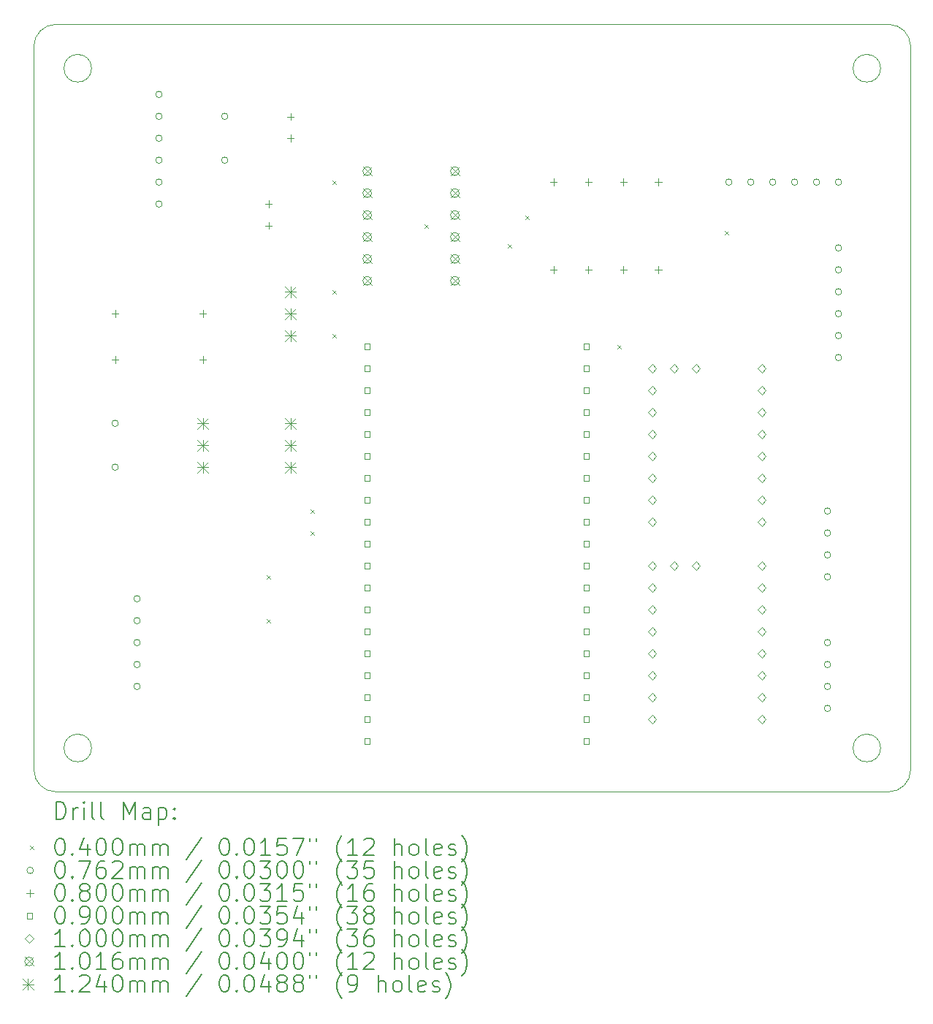
<source format=gbr>
%TF.GenerationSoftware,KiCad,Pcbnew,7.0.5*%
%TF.CreationDate,2024-04-09T17:24:00-07:00*%
%TF.ProjectId,ClinicV12,436c696e-6963-4563-9132-2e6b69636164,rev?*%
%TF.SameCoordinates,Original*%
%TF.FileFunction,Drillmap*%
%TF.FilePolarity,Positive*%
%FSLAX45Y45*%
G04 Gerber Fmt 4.5, Leading zero omitted, Abs format (unit mm)*
G04 Created by KiCad (PCBNEW 7.0.5) date 2024-04-09 17:24:00*
%MOMM*%
%LPD*%
G01*
G04 APERTURE LIST*
%ADD10C,0.100000*%
%ADD11C,0.200000*%
%ADD12C,0.040000*%
%ADD13C,0.076200*%
%ADD14C,0.080000*%
%ADD15C,0.090000*%
%ADD16C,0.101600*%
%ADD17C,0.124000*%
G04 APERTURE END LIST*
D10*
X11176000Y-6096000D02*
X20828000Y-6096000D01*
X20828000Y-14986000D02*
X11176000Y-14986000D01*
X21082000Y-6350000D02*
X21082000Y-14732000D01*
X10922000Y-6350000D02*
X10922000Y-14732000D01*
X10922000Y-14732000D02*
G75*
G03*
X11176000Y-14986000I254000J0D01*
G01*
X20828000Y-14986000D02*
G75*
G03*
X21082000Y-14732000I0J254000D01*
G01*
X21082000Y-6350000D02*
G75*
G03*
X20828000Y-6096000I-254000J0D01*
G01*
X11176000Y-6096000D02*
G75*
G03*
X10922000Y-6350000I0J-254000D01*
G01*
X11590000Y-6604000D02*
G75*
G03*
X11590000Y-6604000I-160000J0D01*
G01*
X11590000Y-14478000D02*
G75*
G03*
X11590000Y-14478000I-160000J0D01*
G01*
X20734000Y-14478000D02*
G75*
G03*
X20734000Y-14478000I-160000J0D01*
G01*
X20734000Y-6604000D02*
G75*
G03*
X20734000Y-6604000I-160000J0D01*
G01*
D11*
D12*
X13621200Y-12475400D02*
X13661200Y-12515400D01*
X13661200Y-12475400D02*
X13621200Y-12515400D01*
X13621200Y-12983400D02*
X13661200Y-13023400D01*
X13661200Y-12983400D02*
X13621200Y-13023400D01*
X14129200Y-11713400D02*
X14169200Y-11753400D01*
X14169200Y-11713400D02*
X14129200Y-11753400D01*
X14129200Y-11967400D02*
X14169200Y-12007400D01*
X14169200Y-11967400D02*
X14129200Y-12007400D01*
X14383200Y-7903400D02*
X14423200Y-7943400D01*
X14423200Y-7903400D02*
X14383200Y-7943400D01*
X14383200Y-9173400D02*
X14423200Y-9213400D01*
X14423200Y-9173400D02*
X14383200Y-9213400D01*
X14383200Y-9681400D02*
X14423200Y-9721400D01*
X14423200Y-9681400D02*
X14383200Y-9721400D01*
X15448600Y-8412800D02*
X15488600Y-8452800D01*
X15488600Y-8412800D02*
X15448600Y-8452800D01*
X16413800Y-8641400D02*
X16453800Y-8681400D01*
X16453800Y-8641400D02*
X16413800Y-8681400D01*
X16617000Y-8311200D02*
X16657000Y-8351200D01*
X16657000Y-8311200D02*
X16617000Y-8351200D01*
X17685250Y-9809800D02*
X17725250Y-9849800D01*
X17725250Y-9809800D02*
X17685250Y-9849800D01*
X18928400Y-8489000D02*
X18968400Y-8529000D01*
X18968400Y-8489000D02*
X18928400Y-8529000D01*
D13*
X11901300Y-10717400D02*
G75*
G03*
X11901300Y-10717400I-38100J0D01*
G01*
X11901300Y-11225400D02*
G75*
G03*
X11901300Y-11225400I-38100J0D01*
G01*
X12155300Y-12749400D02*
G75*
G03*
X12155300Y-12749400I-38100J0D01*
G01*
X12155300Y-13003400D02*
G75*
G03*
X12155300Y-13003400I-38100J0D01*
G01*
X12155300Y-13257400D02*
G75*
G03*
X12155300Y-13257400I-38100J0D01*
G01*
X12155300Y-13511400D02*
G75*
G03*
X12155300Y-13511400I-38100J0D01*
G01*
X12155300Y-13765400D02*
G75*
G03*
X12155300Y-13765400I-38100J0D01*
G01*
X12409300Y-6907400D02*
G75*
G03*
X12409300Y-6907400I-38100J0D01*
G01*
X12409300Y-7161400D02*
G75*
G03*
X12409300Y-7161400I-38100J0D01*
G01*
X12409300Y-7415400D02*
G75*
G03*
X12409300Y-7415400I-38100J0D01*
G01*
X12409300Y-7669400D02*
G75*
G03*
X12409300Y-7669400I-38100J0D01*
G01*
X12409300Y-7923400D02*
G75*
G03*
X12409300Y-7923400I-38100J0D01*
G01*
X12409300Y-8177400D02*
G75*
G03*
X12409300Y-8177400I-38100J0D01*
G01*
X13171300Y-7161400D02*
G75*
G03*
X13171300Y-7161400I-38100J0D01*
G01*
X13171300Y-7669400D02*
G75*
G03*
X13171300Y-7669400I-38100J0D01*
G01*
X19013300Y-7923400D02*
G75*
G03*
X19013300Y-7923400I-38100J0D01*
G01*
X19267300Y-7923400D02*
G75*
G03*
X19267300Y-7923400I-38100J0D01*
G01*
X19521300Y-7923400D02*
G75*
G03*
X19521300Y-7923400I-38100J0D01*
G01*
X19775300Y-7923400D02*
G75*
G03*
X19775300Y-7923400I-38100J0D01*
G01*
X20029300Y-7923400D02*
G75*
G03*
X20029300Y-7923400I-38100J0D01*
G01*
X20156300Y-11733400D02*
G75*
G03*
X20156300Y-11733400I-38100J0D01*
G01*
X20156300Y-11987400D02*
G75*
G03*
X20156300Y-11987400I-38100J0D01*
G01*
X20156300Y-12241400D02*
G75*
G03*
X20156300Y-12241400I-38100J0D01*
G01*
X20156300Y-12495400D02*
G75*
G03*
X20156300Y-12495400I-38100J0D01*
G01*
X20156300Y-13257400D02*
G75*
G03*
X20156300Y-13257400I-38100J0D01*
G01*
X20156300Y-13511400D02*
G75*
G03*
X20156300Y-13511400I-38100J0D01*
G01*
X20156300Y-13765400D02*
G75*
G03*
X20156300Y-13765400I-38100J0D01*
G01*
X20156300Y-14019400D02*
G75*
G03*
X20156300Y-14019400I-38100J0D01*
G01*
X20283300Y-7923400D02*
G75*
G03*
X20283300Y-7923400I-38100J0D01*
G01*
X20283300Y-8685400D02*
G75*
G03*
X20283300Y-8685400I-38100J0D01*
G01*
X20283300Y-8939400D02*
G75*
G03*
X20283300Y-8939400I-38100J0D01*
G01*
X20283300Y-9193400D02*
G75*
G03*
X20283300Y-9193400I-38100J0D01*
G01*
X20283300Y-9447400D02*
G75*
G03*
X20283300Y-9447400I-38100J0D01*
G01*
X20283300Y-9701400D02*
G75*
G03*
X20283300Y-9701400I-38100J0D01*
G01*
X20283300Y-9955400D02*
G75*
G03*
X20283300Y-9955400I-38100J0D01*
G01*
D14*
X11863200Y-9407400D02*
X11863200Y-9487400D01*
X11823200Y-9447400D02*
X11903200Y-9447400D01*
X11863200Y-9940800D02*
X11863200Y-10020800D01*
X11823200Y-9980800D02*
X11903200Y-9980800D01*
X12879200Y-9407400D02*
X12879200Y-9487400D01*
X12839200Y-9447400D02*
X12919200Y-9447400D01*
X12879200Y-9940800D02*
X12879200Y-10020800D01*
X12839200Y-9980800D02*
X12919200Y-9980800D01*
X13641200Y-8137400D02*
X13641200Y-8217400D01*
X13601200Y-8177400D02*
X13681200Y-8177400D01*
X13641200Y-8387400D02*
X13641200Y-8467400D01*
X13601200Y-8427400D02*
X13681200Y-8427400D01*
X13895200Y-7125400D02*
X13895200Y-7205400D01*
X13855200Y-7165400D02*
X13935200Y-7165400D01*
X13895200Y-7375400D02*
X13895200Y-7455400D01*
X13855200Y-7415400D02*
X13935200Y-7415400D01*
X16943200Y-7883400D02*
X16943200Y-7963400D01*
X16903200Y-7923400D02*
X16983200Y-7923400D01*
X16943200Y-8899400D02*
X16943200Y-8979400D01*
X16903200Y-8939400D02*
X16983200Y-8939400D01*
X17348200Y-7883400D02*
X17348200Y-7963400D01*
X17308200Y-7923400D02*
X17388200Y-7923400D01*
X17348200Y-8899400D02*
X17348200Y-8979400D01*
X17308200Y-8939400D02*
X17388200Y-8939400D01*
X17753200Y-7883400D02*
X17753200Y-7963400D01*
X17713200Y-7923400D02*
X17793200Y-7923400D01*
X17753200Y-8899400D02*
X17753200Y-8979400D01*
X17713200Y-8939400D02*
X17793200Y-8939400D01*
X18158200Y-7883400D02*
X18158200Y-7963400D01*
X18118200Y-7923400D02*
X18198200Y-7923400D01*
X18158200Y-8899400D02*
X18158200Y-8979400D01*
X18118200Y-8939400D02*
X18198200Y-8939400D01*
D15*
X14816020Y-9860220D02*
X14816020Y-9796580D01*
X14752380Y-9796580D01*
X14752380Y-9860220D01*
X14816020Y-9860220D01*
X14816020Y-10114220D02*
X14816020Y-10050580D01*
X14752380Y-10050580D01*
X14752380Y-10114220D01*
X14816020Y-10114220D01*
X14816020Y-10368220D02*
X14816020Y-10304580D01*
X14752380Y-10304580D01*
X14752380Y-10368220D01*
X14816020Y-10368220D01*
X14816020Y-10622220D02*
X14816020Y-10558580D01*
X14752380Y-10558580D01*
X14752380Y-10622220D01*
X14816020Y-10622220D01*
X14816020Y-10876220D02*
X14816020Y-10812580D01*
X14752380Y-10812580D01*
X14752380Y-10876220D01*
X14816020Y-10876220D01*
X14816020Y-11130220D02*
X14816020Y-11066580D01*
X14752380Y-11066580D01*
X14752380Y-11130220D01*
X14816020Y-11130220D01*
X14816020Y-11384220D02*
X14816020Y-11320580D01*
X14752380Y-11320580D01*
X14752380Y-11384220D01*
X14816020Y-11384220D01*
X14816020Y-11638220D02*
X14816020Y-11574580D01*
X14752380Y-11574580D01*
X14752380Y-11638220D01*
X14816020Y-11638220D01*
X14816020Y-11892220D02*
X14816020Y-11828580D01*
X14752380Y-11828580D01*
X14752380Y-11892220D01*
X14816020Y-11892220D01*
X14816020Y-12146220D02*
X14816020Y-12082580D01*
X14752380Y-12082580D01*
X14752380Y-12146220D01*
X14816020Y-12146220D01*
X14816020Y-12400220D02*
X14816020Y-12336580D01*
X14752380Y-12336580D01*
X14752380Y-12400220D01*
X14816020Y-12400220D01*
X14816020Y-12654220D02*
X14816020Y-12590580D01*
X14752380Y-12590580D01*
X14752380Y-12654220D01*
X14816020Y-12654220D01*
X14816020Y-12908220D02*
X14816020Y-12844580D01*
X14752380Y-12844580D01*
X14752380Y-12908220D01*
X14816020Y-12908220D01*
X14816020Y-13162220D02*
X14816020Y-13098580D01*
X14752380Y-13098580D01*
X14752380Y-13162220D01*
X14816020Y-13162220D01*
X14816020Y-13416220D02*
X14816020Y-13352580D01*
X14752380Y-13352580D01*
X14752380Y-13416220D01*
X14816020Y-13416220D01*
X14816020Y-13670220D02*
X14816020Y-13606580D01*
X14752380Y-13606580D01*
X14752380Y-13670220D01*
X14816020Y-13670220D01*
X14816020Y-13924220D02*
X14816020Y-13860580D01*
X14752380Y-13860580D01*
X14752380Y-13924220D01*
X14816020Y-13924220D01*
X14816020Y-14178220D02*
X14816020Y-14114580D01*
X14752380Y-14114580D01*
X14752380Y-14178220D01*
X14816020Y-14178220D01*
X14816020Y-14432220D02*
X14816020Y-14368580D01*
X14752380Y-14368580D01*
X14752380Y-14432220D01*
X14816020Y-14432220D01*
X17356020Y-9860220D02*
X17356020Y-9796580D01*
X17292380Y-9796580D01*
X17292380Y-9860220D01*
X17356020Y-9860220D01*
X17356020Y-10114220D02*
X17356020Y-10050580D01*
X17292380Y-10050580D01*
X17292380Y-10114220D01*
X17356020Y-10114220D01*
X17356020Y-10368220D02*
X17356020Y-10304580D01*
X17292380Y-10304580D01*
X17292380Y-10368220D01*
X17356020Y-10368220D01*
X17356020Y-10622220D02*
X17356020Y-10558580D01*
X17292380Y-10558580D01*
X17292380Y-10622220D01*
X17356020Y-10622220D01*
X17356020Y-10876220D02*
X17356020Y-10812580D01*
X17292380Y-10812580D01*
X17292380Y-10876220D01*
X17356020Y-10876220D01*
X17356020Y-11130220D02*
X17356020Y-11066580D01*
X17292380Y-11066580D01*
X17292380Y-11130220D01*
X17356020Y-11130220D01*
X17356020Y-11384220D02*
X17356020Y-11320580D01*
X17292380Y-11320580D01*
X17292380Y-11384220D01*
X17356020Y-11384220D01*
X17356020Y-11638220D02*
X17356020Y-11574580D01*
X17292380Y-11574580D01*
X17292380Y-11638220D01*
X17356020Y-11638220D01*
X17356020Y-11892220D02*
X17356020Y-11828580D01*
X17292380Y-11828580D01*
X17292380Y-11892220D01*
X17356020Y-11892220D01*
X17356020Y-12146220D02*
X17356020Y-12082580D01*
X17292380Y-12082580D01*
X17292380Y-12146220D01*
X17356020Y-12146220D01*
X17356020Y-12400220D02*
X17356020Y-12336580D01*
X17292380Y-12336580D01*
X17292380Y-12400220D01*
X17356020Y-12400220D01*
X17356020Y-12654220D02*
X17356020Y-12590580D01*
X17292380Y-12590580D01*
X17292380Y-12654220D01*
X17356020Y-12654220D01*
X17356020Y-12908220D02*
X17356020Y-12844580D01*
X17292380Y-12844580D01*
X17292380Y-12908220D01*
X17356020Y-12908220D01*
X17356020Y-13162220D02*
X17356020Y-13098580D01*
X17292380Y-13098580D01*
X17292380Y-13162220D01*
X17356020Y-13162220D01*
X17356020Y-13416220D02*
X17356020Y-13352580D01*
X17292380Y-13352580D01*
X17292380Y-13416220D01*
X17356020Y-13416220D01*
X17356020Y-13670220D02*
X17356020Y-13606580D01*
X17292380Y-13606580D01*
X17292380Y-13670220D01*
X17356020Y-13670220D01*
X17356020Y-13924220D02*
X17356020Y-13860580D01*
X17292380Y-13860580D01*
X17292380Y-13924220D01*
X17356020Y-13924220D01*
X17356020Y-14178220D02*
X17356020Y-14114580D01*
X17292380Y-14114580D01*
X17292380Y-14178220D01*
X17356020Y-14178220D01*
X17356020Y-14432220D02*
X17356020Y-14368580D01*
X17292380Y-14368580D01*
X17292380Y-14432220D01*
X17356020Y-14432220D01*
D10*
X18086200Y-10132400D02*
X18136200Y-10082400D01*
X18086200Y-10032400D01*
X18036200Y-10082400D01*
X18086200Y-10132400D01*
X18086200Y-10386400D02*
X18136200Y-10336400D01*
X18086200Y-10286400D01*
X18036200Y-10336400D01*
X18086200Y-10386400D01*
X18086200Y-10640400D02*
X18136200Y-10590400D01*
X18086200Y-10540400D01*
X18036200Y-10590400D01*
X18086200Y-10640400D01*
X18086200Y-10894400D02*
X18136200Y-10844400D01*
X18086200Y-10794400D01*
X18036200Y-10844400D01*
X18086200Y-10894400D01*
X18086200Y-11148400D02*
X18136200Y-11098400D01*
X18086200Y-11048400D01*
X18036200Y-11098400D01*
X18086200Y-11148400D01*
X18086200Y-11402400D02*
X18136200Y-11352400D01*
X18086200Y-11302400D01*
X18036200Y-11352400D01*
X18086200Y-11402400D01*
X18086200Y-11656400D02*
X18136200Y-11606400D01*
X18086200Y-11556400D01*
X18036200Y-11606400D01*
X18086200Y-11656400D01*
X18086200Y-11910400D02*
X18136200Y-11860400D01*
X18086200Y-11810400D01*
X18036200Y-11860400D01*
X18086200Y-11910400D01*
X18086200Y-12418400D02*
X18136200Y-12368400D01*
X18086200Y-12318400D01*
X18036200Y-12368400D01*
X18086200Y-12418400D01*
X18086200Y-12672400D02*
X18136200Y-12622400D01*
X18086200Y-12572400D01*
X18036200Y-12622400D01*
X18086200Y-12672400D01*
X18086200Y-12926400D02*
X18136200Y-12876400D01*
X18086200Y-12826400D01*
X18036200Y-12876400D01*
X18086200Y-12926400D01*
X18086200Y-13180400D02*
X18136200Y-13130400D01*
X18086200Y-13080400D01*
X18036200Y-13130400D01*
X18086200Y-13180400D01*
X18086200Y-13434400D02*
X18136200Y-13384400D01*
X18086200Y-13334400D01*
X18036200Y-13384400D01*
X18086200Y-13434400D01*
X18086200Y-13688400D02*
X18136200Y-13638400D01*
X18086200Y-13588400D01*
X18036200Y-13638400D01*
X18086200Y-13688400D01*
X18086200Y-13942400D02*
X18136200Y-13892400D01*
X18086200Y-13842400D01*
X18036200Y-13892400D01*
X18086200Y-13942400D01*
X18086200Y-14196400D02*
X18136200Y-14146400D01*
X18086200Y-14096400D01*
X18036200Y-14146400D01*
X18086200Y-14196400D01*
X18340200Y-10132400D02*
X18390200Y-10082400D01*
X18340200Y-10032400D01*
X18290200Y-10082400D01*
X18340200Y-10132400D01*
X18340200Y-12418400D02*
X18390200Y-12368400D01*
X18340200Y-12318400D01*
X18290200Y-12368400D01*
X18340200Y-12418400D01*
X18594200Y-10132400D02*
X18644200Y-10082400D01*
X18594200Y-10032400D01*
X18544200Y-10082400D01*
X18594200Y-10132400D01*
X18594200Y-12418400D02*
X18644200Y-12368400D01*
X18594200Y-12318400D01*
X18544200Y-12368400D01*
X18594200Y-12418400D01*
X19356200Y-10132400D02*
X19406200Y-10082400D01*
X19356200Y-10032400D01*
X19306200Y-10082400D01*
X19356200Y-10132400D01*
X19356200Y-10386400D02*
X19406200Y-10336400D01*
X19356200Y-10286400D01*
X19306200Y-10336400D01*
X19356200Y-10386400D01*
X19356200Y-10640400D02*
X19406200Y-10590400D01*
X19356200Y-10540400D01*
X19306200Y-10590400D01*
X19356200Y-10640400D01*
X19356200Y-10894400D02*
X19406200Y-10844400D01*
X19356200Y-10794400D01*
X19306200Y-10844400D01*
X19356200Y-10894400D01*
X19356200Y-11148400D02*
X19406200Y-11098400D01*
X19356200Y-11048400D01*
X19306200Y-11098400D01*
X19356200Y-11148400D01*
X19356200Y-11402400D02*
X19406200Y-11352400D01*
X19356200Y-11302400D01*
X19306200Y-11352400D01*
X19356200Y-11402400D01*
X19356200Y-11656400D02*
X19406200Y-11606400D01*
X19356200Y-11556400D01*
X19306200Y-11606400D01*
X19356200Y-11656400D01*
X19356200Y-11910400D02*
X19406200Y-11860400D01*
X19356200Y-11810400D01*
X19306200Y-11860400D01*
X19356200Y-11910400D01*
X19356200Y-12418400D02*
X19406200Y-12368400D01*
X19356200Y-12318400D01*
X19306200Y-12368400D01*
X19356200Y-12418400D01*
X19356200Y-12672400D02*
X19406200Y-12622400D01*
X19356200Y-12572400D01*
X19306200Y-12622400D01*
X19356200Y-12672400D01*
X19356200Y-12926400D02*
X19406200Y-12876400D01*
X19356200Y-12826400D01*
X19306200Y-12876400D01*
X19356200Y-12926400D01*
X19356200Y-13180400D02*
X19406200Y-13130400D01*
X19356200Y-13080400D01*
X19306200Y-13130400D01*
X19356200Y-13180400D01*
X19356200Y-13434400D02*
X19406200Y-13384400D01*
X19356200Y-13334400D01*
X19306200Y-13384400D01*
X19356200Y-13434400D01*
X19356200Y-13688400D02*
X19406200Y-13638400D01*
X19356200Y-13588400D01*
X19306200Y-13638400D01*
X19356200Y-13688400D01*
X19356200Y-13942400D02*
X19406200Y-13892400D01*
X19356200Y-13842400D01*
X19306200Y-13892400D01*
X19356200Y-13942400D01*
X19356200Y-14196400D02*
X19406200Y-14146400D01*
X19356200Y-14096400D01*
X19306200Y-14146400D01*
X19356200Y-14196400D01*
D16*
X14733400Y-7745600D02*
X14835000Y-7847200D01*
X14835000Y-7745600D02*
X14733400Y-7847200D01*
X14835000Y-7796400D02*
G75*
G03*
X14835000Y-7796400I-50800J0D01*
G01*
X14733400Y-7999600D02*
X14835000Y-8101200D01*
X14835000Y-7999600D02*
X14733400Y-8101200D01*
X14835000Y-8050400D02*
G75*
G03*
X14835000Y-8050400I-50800J0D01*
G01*
X14733400Y-8253600D02*
X14835000Y-8355200D01*
X14835000Y-8253600D02*
X14733400Y-8355200D01*
X14835000Y-8304400D02*
G75*
G03*
X14835000Y-8304400I-50800J0D01*
G01*
X14733400Y-8507600D02*
X14835000Y-8609200D01*
X14835000Y-8507600D02*
X14733400Y-8609200D01*
X14835000Y-8558400D02*
G75*
G03*
X14835000Y-8558400I-50800J0D01*
G01*
X14733400Y-8761600D02*
X14835000Y-8863200D01*
X14835000Y-8761600D02*
X14733400Y-8863200D01*
X14835000Y-8812400D02*
G75*
G03*
X14835000Y-8812400I-50800J0D01*
G01*
X14733400Y-9015600D02*
X14835000Y-9117200D01*
X14835000Y-9015600D02*
X14733400Y-9117200D01*
X14835000Y-9066400D02*
G75*
G03*
X14835000Y-9066400I-50800J0D01*
G01*
X15749400Y-7745600D02*
X15851000Y-7847200D01*
X15851000Y-7745600D02*
X15749400Y-7847200D01*
X15851000Y-7796400D02*
G75*
G03*
X15851000Y-7796400I-50800J0D01*
G01*
X15749400Y-7999600D02*
X15851000Y-8101200D01*
X15851000Y-7999600D02*
X15749400Y-8101200D01*
X15851000Y-8050400D02*
G75*
G03*
X15851000Y-8050400I-50800J0D01*
G01*
X15749400Y-8253600D02*
X15851000Y-8355200D01*
X15851000Y-8253600D02*
X15749400Y-8355200D01*
X15851000Y-8304400D02*
G75*
G03*
X15851000Y-8304400I-50800J0D01*
G01*
X15749400Y-8507600D02*
X15851000Y-8609200D01*
X15851000Y-8507600D02*
X15749400Y-8609200D01*
X15851000Y-8558400D02*
G75*
G03*
X15851000Y-8558400I-50800J0D01*
G01*
X15749400Y-8761600D02*
X15851000Y-8863200D01*
X15851000Y-8761600D02*
X15749400Y-8863200D01*
X15851000Y-8812400D02*
G75*
G03*
X15851000Y-8812400I-50800J0D01*
G01*
X15749400Y-9015600D02*
X15851000Y-9117200D01*
X15851000Y-9015600D02*
X15749400Y-9117200D01*
X15851000Y-9066400D02*
G75*
G03*
X15851000Y-9066400I-50800J0D01*
G01*
D17*
X12817200Y-10655400D02*
X12941200Y-10779400D01*
X12941200Y-10655400D02*
X12817200Y-10779400D01*
X12879200Y-10655400D02*
X12879200Y-10779400D01*
X12817200Y-10717400D02*
X12941200Y-10717400D01*
X12817200Y-10909400D02*
X12941200Y-11033400D01*
X12941200Y-10909400D02*
X12817200Y-11033400D01*
X12879200Y-10909400D02*
X12879200Y-11033400D01*
X12817200Y-10971400D02*
X12941200Y-10971400D01*
X12817200Y-11163400D02*
X12941200Y-11287400D01*
X12941200Y-11163400D02*
X12817200Y-11287400D01*
X12879200Y-11163400D02*
X12879200Y-11287400D01*
X12817200Y-11225400D02*
X12941200Y-11225400D01*
X13833200Y-9131400D02*
X13957200Y-9255400D01*
X13957200Y-9131400D02*
X13833200Y-9255400D01*
X13895200Y-9131400D02*
X13895200Y-9255400D01*
X13833200Y-9193400D02*
X13957200Y-9193400D01*
X13833200Y-9385400D02*
X13957200Y-9509400D01*
X13957200Y-9385400D02*
X13833200Y-9509400D01*
X13895200Y-9385400D02*
X13895200Y-9509400D01*
X13833200Y-9447400D02*
X13957200Y-9447400D01*
X13833200Y-9639400D02*
X13957200Y-9763400D01*
X13957200Y-9639400D02*
X13833200Y-9763400D01*
X13895200Y-9639400D02*
X13895200Y-9763400D01*
X13833200Y-9701400D02*
X13957200Y-9701400D01*
X13833200Y-10655400D02*
X13957200Y-10779400D01*
X13957200Y-10655400D02*
X13833200Y-10779400D01*
X13895200Y-10655400D02*
X13895200Y-10779400D01*
X13833200Y-10717400D02*
X13957200Y-10717400D01*
X13833200Y-10909400D02*
X13957200Y-11033400D01*
X13957200Y-10909400D02*
X13833200Y-11033400D01*
X13895200Y-10909400D02*
X13895200Y-11033400D01*
X13833200Y-10971400D02*
X13957200Y-10971400D01*
X13833200Y-11163400D02*
X13957200Y-11287400D01*
X13957200Y-11163400D02*
X13833200Y-11287400D01*
X13895200Y-11163400D02*
X13895200Y-11287400D01*
X13833200Y-11225400D02*
X13957200Y-11225400D01*
D11*
X11177777Y-15302484D02*
X11177777Y-15102484D01*
X11177777Y-15102484D02*
X11225396Y-15102484D01*
X11225396Y-15102484D02*
X11253967Y-15112008D01*
X11253967Y-15112008D02*
X11273015Y-15131055D01*
X11273015Y-15131055D02*
X11282539Y-15150103D01*
X11282539Y-15150103D02*
X11292062Y-15188198D01*
X11292062Y-15188198D02*
X11292062Y-15216769D01*
X11292062Y-15216769D02*
X11282539Y-15254865D01*
X11282539Y-15254865D02*
X11273015Y-15273912D01*
X11273015Y-15273912D02*
X11253967Y-15292960D01*
X11253967Y-15292960D02*
X11225396Y-15302484D01*
X11225396Y-15302484D02*
X11177777Y-15302484D01*
X11377777Y-15302484D02*
X11377777Y-15169150D01*
X11377777Y-15207246D02*
X11387301Y-15188198D01*
X11387301Y-15188198D02*
X11396824Y-15178674D01*
X11396824Y-15178674D02*
X11415872Y-15169150D01*
X11415872Y-15169150D02*
X11434920Y-15169150D01*
X11501586Y-15302484D02*
X11501586Y-15169150D01*
X11501586Y-15102484D02*
X11492062Y-15112008D01*
X11492062Y-15112008D02*
X11501586Y-15121531D01*
X11501586Y-15121531D02*
X11511110Y-15112008D01*
X11511110Y-15112008D02*
X11501586Y-15102484D01*
X11501586Y-15102484D02*
X11501586Y-15121531D01*
X11625396Y-15302484D02*
X11606348Y-15292960D01*
X11606348Y-15292960D02*
X11596824Y-15273912D01*
X11596824Y-15273912D02*
X11596824Y-15102484D01*
X11730158Y-15302484D02*
X11711110Y-15292960D01*
X11711110Y-15292960D02*
X11701586Y-15273912D01*
X11701586Y-15273912D02*
X11701586Y-15102484D01*
X11958729Y-15302484D02*
X11958729Y-15102484D01*
X11958729Y-15102484D02*
X12025396Y-15245341D01*
X12025396Y-15245341D02*
X12092062Y-15102484D01*
X12092062Y-15102484D02*
X12092062Y-15302484D01*
X12273015Y-15302484D02*
X12273015Y-15197722D01*
X12273015Y-15197722D02*
X12263491Y-15178674D01*
X12263491Y-15178674D02*
X12244443Y-15169150D01*
X12244443Y-15169150D02*
X12206348Y-15169150D01*
X12206348Y-15169150D02*
X12187301Y-15178674D01*
X12273015Y-15292960D02*
X12253967Y-15302484D01*
X12253967Y-15302484D02*
X12206348Y-15302484D01*
X12206348Y-15302484D02*
X12187301Y-15292960D01*
X12187301Y-15292960D02*
X12177777Y-15273912D01*
X12177777Y-15273912D02*
X12177777Y-15254865D01*
X12177777Y-15254865D02*
X12187301Y-15235817D01*
X12187301Y-15235817D02*
X12206348Y-15226293D01*
X12206348Y-15226293D02*
X12253967Y-15226293D01*
X12253967Y-15226293D02*
X12273015Y-15216769D01*
X12368253Y-15169150D02*
X12368253Y-15369150D01*
X12368253Y-15178674D02*
X12387301Y-15169150D01*
X12387301Y-15169150D02*
X12425396Y-15169150D01*
X12425396Y-15169150D02*
X12444443Y-15178674D01*
X12444443Y-15178674D02*
X12453967Y-15188198D01*
X12453967Y-15188198D02*
X12463491Y-15207246D01*
X12463491Y-15207246D02*
X12463491Y-15264388D01*
X12463491Y-15264388D02*
X12453967Y-15283436D01*
X12453967Y-15283436D02*
X12444443Y-15292960D01*
X12444443Y-15292960D02*
X12425396Y-15302484D01*
X12425396Y-15302484D02*
X12387301Y-15302484D01*
X12387301Y-15302484D02*
X12368253Y-15292960D01*
X12549205Y-15283436D02*
X12558729Y-15292960D01*
X12558729Y-15292960D02*
X12549205Y-15302484D01*
X12549205Y-15302484D02*
X12539682Y-15292960D01*
X12539682Y-15292960D02*
X12549205Y-15283436D01*
X12549205Y-15283436D02*
X12549205Y-15302484D01*
X12549205Y-15178674D02*
X12558729Y-15188198D01*
X12558729Y-15188198D02*
X12549205Y-15197722D01*
X12549205Y-15197722D02*
X12539682Y-15188198D01*
X12539682Y-15188198D02*
X12549205Y-15178674D01*
X12549205Y-15178674D02*
X12549205Y-15197722D01*
D12*
X10877000Y-15611000D02*
X10917000Y-15651000D01*
X10917000Y-15611000D02*
X10877000Y-15651000D01*
D11*
X11215872Y-15522484D02*
X11234920Y-15522484D01*
X11234920Y-15522484D02*
X11253967Y-15532008D01*
X11253967Y-15532008D02*
X11263491Y-15541531D01*
X11263491Y-15541531D02*
X11273015Y-15560579D01*
X11273015Y-15560579D02*
X11282539Y-15598674D01*
X11282539Y-15598674D02*
X11282539Y-15646293D01*
X11282539Y-15646293D02*
X11273015Y-15684388D01*
X11273015Y-15684388D02*
X11263491Y-15703436D01*
X11263491Y-15703436D02*
X11253967Y-15712960D01*
X11253967Y-15712960D02*
X11234920Y-15722484D01*
X11234920Y-15722484D02*
X11215872Y-15722484D01*
X11215872Y-15722484D02*
X11196824Y-15712960D01*
X11196824Y-15712960D02*
X11187301Y-15703436D01*
X11187301Y-15703436D02*
X11177777Y-15684388D01*
X11177777Y-15684388D02*
X11168253Y-15646293D01*
X11168253Y-15646293D02*
X11168253Y-15598674D01*
X11168253Y-15598674D02*
X11177777Y-15560579D01*
X11177777Y-15560579D02*
X11187301Y-15541531D01*
X11187301Y-15541531D02*
X11196824Y-15532008D01*
X11196824Y-15532008D02*
X11215872Y-15522484D01*
X11368253Y-15703436D02*
X11377777Y-15712960D01*
X11377777Y-15712960D02*
X11368253Y-15722484D01*
X11368253Y-15722484D02*
X11358729Y-15712960D01*
X11358729Y-15712960D02*
X11368253Y-15703436D01*
X11368253Y-15703436D02*
X11368253Y-15722484D01*
X11549205Y-15589150D02*
X11549205Y-15722484D01*
X11501586Y-15512960D02*
X11453967Y-15655817D01*
X11453967Y-15655817D02*
X11577777Y-15655817D01*
X11692062Y-15522484D02*
X11711110Y-15522484D01*
X11711110Y-15522484D02*
X11730158Y-15532008D01*
X11730158Y-15532008D02*
X11739682Y-15541531D01*
X11739682Y-15541531D02*
X11749205Y-15560579D01*
X11749205Y-15560579D02*
X11758729Y-15598674D01*
X11758729Y-15598674D02*
X11758729Y-15646293D01*
X11758729Y-15646293D02*
X11749205Y-15684388D01*
X11749205Y-15684388D02*
X11739682Y-15703436D01*
X11739682Y-15703436D02*
X11730158Y-15712960D01*
X11730158Y-15712960D02*
X11711110Y-15722484D01*
X11711110Y-15722484D02*
X11692062Y-15722484D01*
X11692062Y-15722484D02*
X11673015Y-15712960D01*
X11673015Y-15712960D02*
X11663491Y-15703436D01*
X11663491Y-15703436D02*
X11653967Y-15684388D01*
X11653967Y-15684388D02*
X11644443Y-15646293D01*
X11644443Y-15646293D02*
X11644443Y-15598674D01*
X11644443Y-15598674D02*
X11653967Y-15560579D01*
X11653967Y-15560579D02*
X11663491Y-15541531D01*
X11663491Y-15541531D02*
X11673015Y-15532008D01*
X11673015Y-15532008D02*
X11692062Y-15522484D01*
X11882539Y-15522484D02*
X11901586Y-15522484D01*
X11901586Y-15522484D02*
X11920634Y-15532008D01*
X11920634Y-15532008D02*
X11930158Y-15541531D01*
X11930158Y-15541531D02*
X11939682Y-15560579D01*
X11939682Y-15560579D02*
X11949205Y-15598674D01*
X11949205Y-15598674D02*
X11949205Y-15646293D01*
X11949205Y-15646293D02*
X11939682Y-15684388D01*
X11939682Y-15684388D02*
X11930158Y-15703436D01*
X11930158Y-15703436D02*
X11920634Y-15712960D01*
X11920634Y-15712960D02*
X11901586Y-15722484D01*
X11901586Y-15722484D02*
X11882539Y-15722484D01*
X11882539Y-15722484D02*
X11863491Y-15712960D01*
X11863491Y-15712960D02*
X11853967Y-15703436D01*
X11853967Y-15703436D02*
X11844443Y-15684388D01*
X11844443Y-15684388D02*
X11834920Y-15646293D01*
X11834920Y-15646293D02*
X11834920Y-15598674D01*
X11834920Y-15598674D02*
X11844443Y-15560579D01*
X11844443Y-15560579D02*
X11853967Y-15541531D01*
X11853967Y-15541531D02*
X11863491Y-15532008D01*
X11863491Y-15532008D02*
X11882539Y-15522484D01*
X12034920Y-15722484D02*
X12034920Y-15589150D01*
X12034920Y-15608198D02*
X12044443Y-15598674D01*
X12044443Y-15598674D02*
X12063491Y-15589150D01*
X12063491Y-15589150D02*
X12092063Y-15589150D01*
X12092063Y-15589150D02*
X12111110Y-15598674D01*
X12111110Y-15598674D02*
X12120634Y-15617722D01*
X12120634Y-15617722D02*
X12120634Y-15722484D01*
X12120634Y-15617722D02*
X12130158Y-15598674D01*
X12130158Y-15598674D02*
X12149205Y-15589150D01*
X12149205Y-15589150D02*
X12177777Y-15589150D01*
X12177777Y-15589150D02*
X12196824Y-15598674D01*
X12196824Y-15598674D02*
X12206348Y-15617722D01*
X12206348Y-15617722D02*
X12206348Y-15722484D01*
X12301586Y-15722484D02*
X12301586Y-15589150D01*
X12301586Y-15608198D02*
X12311110Y-15598674D01*
X12311110Y-15598674D02*
X12330158Y-15589150D01*
X12330158Y-15589150D02*
X12358729Y-15589150D01*
X12358729Y-15589150D02*
X12377777Y-15598674D01*
X12377777Y-15598674D02*
X12387301Y-15617722D01*
X12387301Y-15617722D02*
X12387301Y-15722484D01*
X12387301Y-15617722D02*
X12396824Y-15598674D01*
X12396824Y-15598674D02*
X12415872Y-15589150D01*
X12415872Y-15589150D02*
X12444443Y-15589150D01*
X12444443Y-15589150D02*
X12463491Y-15598674D01*
X12463491Y-15598674D02*
X12473015Y-15617722D01*
X12473015Y-15617722D02*
X12473015Y-15722484D01*
X12863491Y-15512960D02*
X12692063Y-15770103D01*
X13120634Y-15522484D02*
X13139682Y-15522484D01*
X13139682Y-15522484D02*
X13158729Y-15532008D01*
X13158729Y-15532008D02*
X13168253Y-15541531D01*
X13168253Y-15541531D02*
X13177777Y-15560579D01*
X13177777Y-15560579D02*
X13187301Y-15598674D01*
X13187301Y-15598674D02*
X13187301Y-15646293D01*
X13187301Y-15646293D02*
X13177777Y-15684388D01*
X13177777Y-15684388D02*
X13168253Y-15703436D01*
X13168253Y-15703436D02*
X13158729Y-15712960D01*
X13158729Y-15712960D02*
X13139682Y-15722484D01*
X13139682Y-15722484D02*
X13120634Y-15722484D01*
X13120634Y-15722484D02*
X13101586Y-15712960D01*
X13101586Y-15712960D02*
X13092063Y-15703436D01*
X13092063Y-15703436D02*
X13082539Y-15684388D01*
X13082539Y-15684388D02*
X13073015Y-15646293D01*
X13073015Y-15646293D02*
X13073015Y-15598674D01*
X13073015Y-15598674D02*
X13082539Y-15560579D01*
X13082539Y-15560579D02*
X13092063Y-15541531D01*
X13092063Y-15541531D02*
X13101586Y-15532008D01*
X13101586Y-15532008D02*
X13120634Y-15522484D01*
X13273015Y-15703436D02*
X13282539Y-15712960D01*
X13282539Y-15712960D02*
X13273015Y-15722484D01*
X13273015Y-15722484D02*
X13263491Y-15712960D01*
X13263491Y-15712960D02*
X13273015Y-15703436D01*
X13273015Y-15703436D02*
X13273015Y-15722484D01*
X13406348Y-15522484D02*
X13425396Y-15522484D01*
X13425396Y-15522484D02*
X13444444Y-15532008D01*
X13444444Y-15532008D02*
X13453967Y-15541531D01*
X13453967Y-15541531D02*
X13463491Y-15560579D01*
X13463491Y-15560579D02*
X13473015Y-15598674D01*
X13473015Y-15598674D02*
X13473015Y-15646293D01*
X13473015Y-15646293D02*
X13463491Y-15684388D01*
X13463491Y-15684388D02*
X13453967Y-15703436D01*
X13453967Y-15703436D02*
X13444444Y-15712960D01*
X13444444Y-15712960D02*
X13425396Y-15722484D01*
X13425396Y-15722484D02*
X13406348Y-15722484D01*
X13406348Y-15722484D02*
X13387301Y-15712960D01*
X13387301Y-15712960D02*
X13377777Y-15703436D01*
X13377777Y-15703436D02*
X13368253Y-15684388D01*
X13368253Y-15684388D02*
X13358729Y-15646293D01*
X13358729Y-15646293D02*
X13358729Y-15598674D01*
X13358729Y-15598674D02*
X13368253Y-15560579D01*
X13368253Y-15560579D02*
X13377777Y-15541531D01*
X13377777Y-15541531D02*
X13387301Y-15532008D01*
X13387301Y-15532008D02*
X13406348Y-15522484D01*
X13663491Y-15722484D02*
X13549206Y-15722484D01*
X13606348Y-15722484D02*
X13606348Y-15522484D01*
X13606348Y-15522484D02*
X13587301Y-15551055D01*
X13587301Y-15551055D02*
X13568253Y-15570103D01*
X13568253Y-15570103D02*
X13549206Y-15579627D01*
X13844444Y-15522484D02*
X13749206Y-15522484D01*
X13749206Y-15522484D02*
X13739682Y-15617722D01*
X13739682Y-15617722D02*
X13749206Y-15608198D01*
X13749206Y-15608198D02*
X13768253Y-15598674D01*
X13768253Y-15598674D02*
X13815872Y-15598674D01*
X13815872Y-15598674D02*
X13834920Y-15608198D01*
X13834920Y-15608198D02*
X13844444Y-15617722D01*
X13844444Y-15617722D02*
X13853967Y-15636769D01*
X13853967Y-15636769D02*
X13853967Y-15684388D01*
X13853967Y-15684388D02*
X13844444Y-15703436D01*
X13844444Y-15703436D02*
X13834920Y-15712960D01*
X13834920Y-15712960D02*
X13815872Y-15722484D01*
X13815872Y-15722484D02*
X13768253Y-15722484D01*
X13768253Y-15722484D02*
X13749206Y-15712960D01*
X13749206Y-15712960D02*
X13739682Y-15703436D01*
X13920634Y-15522484D02*
X14053967Y-15522484D01*
X14053967Y-15522484D02*
X13968253Y-15722484D01*
X14120634Y-15522484D02*
X14120634Y-15560579D01*
X14196825Y-15522484D02*
X14196825Y-15560579D01*
X14492063Y-15798674D02*
X14482539Y-15789150D01*
X14482539Y-15789150D02*
X14463491Y-15760579D01*
X14463491Y-15760579D02*
X14453968Y-15741531D01*
X14453968Y-15741531D02*
X14444444Y-15712960D01*
X14444444Y-15712960D02*
X14434920Y-15665341D01*
X14434920Y-15665341D02*
X14434920Y-15627246D01*
X14434920Y-15627246D02*
X14444444Y-15579627D01*
X14444444Y-15579627D02*
X14453968Y-15551055D01*
X14453968Y-15551055D02*
X14463491Y-15532008D01*
X14463491Y-15532008D02*
X14482539Y-15503436D01*
X14482539Y-15503436D02*
X14492063Y-15493912D01*
X14673015Y-15722484D02*
X14558729Y-15722484D01*
X14615872Y-15722484D02*
X14615872Y-15522484D01*
X14615872Y-15522484D02*
X14596825Y-15551055D01*
X14596825Y-15551055D02*
X14577777Y-15570103D01*
X14577777Y-15570103D02*
X14558729Y-15579627D01*
X14749206Y-15541531D02*
X14758729Y-15532008D01*
X14758729Y-15532008D02*
X14777777Y-15522484D01*
X14777777Y-15522484D02*
X14825396Y-15522484D01*
X14825396Y-15522484D02*
X14844444Y-15532008D01*
X14844444Y-15532008D02*
X14853968Y-15541531D01*
X14853968Y-15541531D02*
X14863491Y-15560579D01*
X14863491Y-15560579D02*
X14863491Y-15579627D01*
X14863491Y-15579627D02*
X14853968Y-15608198D01*
X14853968Y-15608198D02*
X14739682Y-15722484D01*
X14739682Y-15722484D02*
X14863491Y-15722484D01*
X15101587Y-15722484D02*
X15101587Y-15522484D01*
X15187301Y-15722484D02*
X15187301Y-15617722D01*
X15187301Y-15617722D02*
X15177777Y-15598674D01*
X15177777Y-15598674D02*
X15158730Y-15589150D01*
X15158730Y-15589150D02*
X15130158Y-15589150D01*
X15130158Y-15589150D02*
X15111110Y-15598674D01*
X15111110Y-15598674D02*
X15101587Y-15608198D01*
X15311110Y-15722484D02*
X15292063Y-15712960D01*
X15292063Y-15712960D02*
X15282539Y-15703436D01*
X15282539Y-15703436D02*
X15273015Y-15684388D01*
X15273015Y-15684388D02*
X15273015Y-15627246D01*
X15273015Y-15627246D02*
X15282539Y-15608198D01*
X15282539Y-15608198D02*
X15292063Y-15598674D01*
X15292063Y-15598674D02*
X15311110Y-15589150D01*
X15311110Y-15589150D02*
X15339682Y-15589150D01*
X15339682Y-15589150D02*
X15358730Y-15598674D01*
X15358730Y-15598674D02*
X15368253Y-15608198D01*
X15368253Y-15608198D02*
X15377777Y-15627246D01*
X15377777Y-15627246D02*
X15377777Y-15684388D01*
X15377777Y-15684388D02*
X15368253Y-15703436D01*
X15368253Y-15703436D02*
X15358730Y-15712960D01*
X15358730Y-15712960D02*
X15339682Y-15722484D01*
X15339682Y-15722484D02*
X15311110Y-15722484D01*
X15492063Y-15722484D02*
X15473015Y-15712960D01*
X15473015Y-15712960D02*
X15463491Y-15693912D01*
X15463491Y-15693912D02*
X15463491Y-15522484D01*
X15644444Y-15712960D02*
X15625396Y-15722484D01*
X15625396Y-15722484D02*
X15587301Y-15722484D01*
X15587301Y-15722484D02*
X15568253Y-15712960D01*
X15568253Y-15712960D02*
X15558730Y-15693912D01*
X15558730Y-15693912D02*
X15558730Y-15617722D01*
X15558730Y-15617722D02*
X15568253Y-15598674D01*
X15568253Y-15598674D02*
X15587301Y-15589150D01*
X15587301Y-15589150D02*
X15625396Y-15589150D01*
X15625396Y-15589150D02*
X15644444Y-15598674D01*
X15644444Y-15598674D02*
X15653968Y-15617722D01*
X15653968Y-15617722D02*
X15653968Y-15636769D01*
X15653968Y-15636769D02*
X15558730Y-15655817D01*
X15730158Y-15712960D02*
X15749206Y-15722484D01*
X15749206Y-15722484D02*
X15787301Y-15722484D01*
X15787301Y-15722484D02*
X15806349Y-15712960D01*
X15806349Y-15712960D02*
X15815872Y-15693912D01*
X15815872Y-15693912D02*
X15815872Y-15684388D01*
X15815872Y-15684388D02*
X15806349Y-15665341D01*
X15806349Y-15665341D02*
X15787301Y-15655817D01*
X15787301Y-15655817D02*
X15758730Y-15655817D01*
X15758730Y-15655817D02*
X15739682Y-15646293D01*
X15739682Y-15646293D02*
X15730158Y-15627246D01*
X15730158Y-15627246D02*
X15730158Y-15617722D01*
X15730158Y-15617722D02*
X15739682Y-15598674D01*
X15739682Y-15598674D02*
X15758730Y-15589150D01*
X15758730Y-15589150D02*
X15787301Y-15589150D01*
X15787301Y-15589150D02*
X15806349Y-15598674D01*
X15882539Y-15798674D02*
X15892063Y-15789150D01*
X15892063Y-15789150D02*
X15911111Y-15760579D01*
X15911111Y-15760579D02*
X15920634Y-15741531D01*
X15920634Y-15741531D02*
X15930158Y-15712960D01*
X15930158Y-15712960D02*
X15939682Y-15665341D01*
X15939682Y-15665341D02*
X15939682Y-15627246D01*
X15939682Y-15627246D02*
X15930158Y-15579627D01*
X15930158Y-15579627D02*
X15920634Y-15551055D01*
X15920634Y-15551055D02*
X15911111Y-15532008D01*
X15911111Y-15532008D02*
X15892063Y-15503436D01*
X15892063Y-15503436D02*
X15882539Y-15493912D01*
D13*
X10917000Y-15895000D02*
G75*
G03*
X10917000Y-15895000I-38100J0D01*
G01*
D11*
X11215872Y-15786484D02*
X11234920Y-15786484D01*
X11234920Y-15786484D02*
X11253967Y-15796008D01*
X11253967Y-15796008D02*
X11263491Y-15805531D01*
X11263491Y-15805531D02*
X11273015Y-15824579D01*
X11273015Y-15824579D02*
X11282539Y-15862674D01*
X11282539Y-15862674D02*
X11282539Y-15910293D01*
X11282539Y-15910293D02*
X11273015Y-15948388D01*
X11273015Y-15948388D02*
X11263491Y-15967436D01*
X11263491Y-15967436D02*
X11253967Y-15976960D01*
X11253967Y-15976960D02*
X11234920Y-15986484D01*
X11234920Y-15986484D02*
X11215872Y-15986484D01*
X11215872Y-15986484D02*
X11196824Y-15976960D01*
X11196824Y-15976960D02*
X11187301Y-15967436D01*
X11187301Y-15967436D02*
X11177777Y-15948388D01*
X11177777Y-15948388D02*
X11168253Y-15910293D01*
X11168253Y-15910293D02*
X11168253Y-15862674D01*
X11168253Y-15862674D02*
X11177777Y-15824579D01*
X11177777Y-15824579D02*
X11187301Y-15805531D01*
X11187301Y-15805531D02*
X11196824Y-15796008D01*
X11196824Y-15796008D02*
X11215872Y-15786484D01*
X11368253Y-15967436D02*
X11377777Y-15976960D01*
X11377777Y-15976960D02*
X11368253Y-15986484D01*
X11368253Y-15986484D02*
X11358729Y-15976960D01*
X11358729Y-15976960D02*
X11368253Y-15967436D01*
X11368253Y-15967436D02*
X11368253Y-15986484D01*
X11444443Y-15786484D02*
X11577777Y-15786484D01*
X11577777Y-15786484D02*
X11492062Y-15986484D01*
X11739682Y-15786484D02*
X11701586Y-15786484D01*
X11701586Y-15786484D02*
X11682539Y-15796008D01*
X11682539Y-15796008D02*
X11673015Y-15805531D01*
X11673015Y-15805531D02*
X11653967Y-15834103D01*
X11653967Y-15834103D02*
X11644443Y-15872198D01*
X11644443Y-15872198D02*
X11644443Y-15948388D01*
X11644443Y-15948388D02*
X11653967Y-15967436D01*
X11653967Y-15967436D02*
X11663491Y-15976960D01*
X11663491Y-15976960D02*
X11682539Y-15986484D01*
X11682539Y-15986484D02*
X11720634Y-15986484D01*
X11720634Y-15986484D02*
X11739682Y-15976960D01*
X11739682Y-15976960D02*
X11749205Y-15967436D01*
X11749205Y-15967436D02*
X11758729Y-15948388D01*
X11758729Y-15948388D02*
X11758729Y-15900769D01*
X11758729Y-15900769D02*
X11749205Y-15881722D01*
X11749205Y-15881722D02*
X11739682Y-15872198D01*
X11739682Y-15872198D02*
X11720634Y-15862674D01*
X11720634Y-15862674D02*
X11682539Y-15862674D01*
X11682539Y-15862674D02*
X11663491Y-15872198D01*
X11663491Y-15872198D02*
X11653967Y-15881722D01*
X11653967Y-15881722D02*
X11644443Y-15900769D01*
X11834920Y-15805531D02*
X11844443Y-15796008D01*
X11844443Y-15796008D02*
X11863491Y-15786484D01*
X11863491Y-15786484D02*
X11911110Y-15786484D01*
X11911110Y-15786484D02*
X11930158Y-15796008D01*
X11930158Y-15796008D02*
X11939682Y-15805531D01*
X11939682Y-15805531D02*
X11949205Y-15824579D01*
X11949205Y-15824579D02*
X11949205Y-15843627D01*
X11949205Y-15843627D02*
X11939682Y-15872198D01*
X11939682Y-15872198D02*
X11825396Y-15986484D01*
X11825396Y-15986484D02*
X11949205Y-15986484D01*
X12034920Y-15986484D02*
X12034920Y-15853150D01*
X12034920Y-15872198D02*
X12044443Y-15862674D01*
X12044443Y-15862674D02*
X12063491Y-15853150D01*
X12063491Y-15853150D02*
X12092063Y-15853150D01*
X12092063Y-15853150D02*
X12111110Y-15862674D01*
X12111110Y-15862674D02*
X12120634Y-15881722D01*
X12120634Y-15881722D02*
X12120634Y-15986484D01*
X12120634Y-15881722D02*
X12130158Y-15862674D01*
X12130158Y-15862674D02*
X12149205Y-15853150D01*
X12149205Y-15853150D02*
X12177777Y-15853150D01*
X12177777Y-15853150D02*
X12196824Y-15862674D01*
X12196824Y-15862674D02*
X12206348Y-15881722D01*
X12206348Y-15881722D02*
X12206348Y-15986484D01*
X12301586Y-15986484D02*
X12301586Y-15853150D01*
X12301586Y-15872198D02*
X12311110Y-15862674D01*
X12311110Y-15862674D02*
X12330158Y-15853150D01*
X12330158Y-15853150D02*
X12358729Y-15853150D01*
X12358729Y-15853150D02*
X12377777Y-15862674D01*
X12377777Y-15862674D02*
X12387301Y-15881722D01*
X12387301Y-15881722D02*
X12387301Y-15986484D01*
X12387301Y-15881722D02*
X12396824Y-15862674D01*
X12396824Y-15862674D02*
X12415872Y-15853150D01*
X12415872Y-15853150D02*
X12444443Y-15853150D01*
X12444443Y-15853150D02*
X12463491Y-15862674D01*
X12463491Y-15862674D02*
X12473015Y-15881722D01*
X12473015Y-15881722D02*
X12473015Y-15986484D01*
X12863491Y-15776960D02*
X12692063Y-16034103D01*
X13120634Y-15786484D02*
X13139682Y-15786484D01*
X13139682Y-15786484D02*
X13158729Y-15796008D01*
X13158729Y-15796008D02*
X13168253Y-15805531D01*
X13168253Y-15805531D02*
X13177777Y-15824579D01*
X13177777Y-15824579D02*
X13187301Y-15862674D01*
X13187301Y-15862674D02*
X13187301Y-15910293D01*
X13187301Y-15910293D02*
X13177777Y-15948388D01*
X13177777Y-15948388D02*
X13168253Y-15967436D01*
X13168253Y-15967436D02*
X13158729Y-15976960D01*
X13158729Y-15976960D02*
X13139682Y-15986484D01*
X13139682Y-15986484D02*
X13120634Y-15986484D01*
X13120634Y-15986484D02*
X13101586Y-15976960D01*
X13101586Y-15976960D02*
X13092063Y-15967436D01*
X13092063Y-15967436D02*
X13082539Y-15948388D01*
X13082539Y-15948388D02*
X13073015Y-15910293D01*
X13073015Y-15910293D02*
X13073015Y-15862674D01*
X13073015Y-15862674D02*
X13082539Y-15824579D01*
X13082539Y-15824579D02*
X13092063Y-15805531D01*
X13092063Y-15805531D02*
X13101586Y-15796008D01*
X13101586Y-15796008D02*
X13120634Y-15786484D01*
X13273015Y-15967436D02*
X13282539Y-15976960D01*
X13282539Y-15976960D02*
X13273015Y-15986484D01*
X13273015Y-15986484D02*
X13263491Y-15976960D01*
X13263491Y-15976960D02*
X13273015Y-15967436D01*
X13273015Y-15967436D02*
X13273015Y-15986484D01*
X13406348Y-15786484D02*
X13425396Y-15786484D01*
X13425396Y-15786484D02*
X13444444Y-15796008D01*
X13444444Y-15796008D02*
X13453967Y-15805531D01*
X13453967Y-15805531D02*
X13463491Y-15824579D01*
X13463491Y-15824579D02*
X13473015Y-15862674D01*
X13473015Y-15862674D02*
X13473015Y-15910293D01*
X13473015Y-15910293D02*
X13463491Y-15948388D01*
X13463491Y-15948388D02*
X13453967Y-15967436D01*
X13453967Y-15967436D02*
X13444444Y-15976960D01*
X13444444Y-15976960D02*
X13425396Y-15986484D01*
X13425396Y-15986484D02*
X13406348Y-15986484D01*
X13406348Y-15986484D02*
X13387301Y-15976960D01*
X13387301Y-15976960D02*
X13377777Y-15967436D01*
X13377777Y-15967436D02*
X13368253Y-15948388D01*
X13368253Y-15948388D02*
X13358729Y-15910293D01*
X13358729Y-15910293D02*
X13358729Y-15862674D01*
X13358729Y-15862674D02*
X13368253Y-15824579D01*
X13368253Y-15824579D02*
X13377777Y-15805531D01*
X13377777Y-15805531D02*
X13387301Y-15796008D01*
X13387301Y-15796008D02*
X13406348Y-15786484D01*
X13539682Y-15786484D02*
X13663491Y-15786484D01*
X13663491Y-15786484D02*
X13596825Y-15862674D01*
X13596825Y-15862674D02*
X13625396Y-15862674D01*
X13625396Y-15862674D02*
X13644444Y-15872198D01*
X13644444Y-15872198D02*
X13653967Y-15881722D01*
X13653967Y-15881722D02*
X13663491Y-15900769D01*
X13663491Y-15900769D02*
X13663491Y-15948388D01*
X13663491Y-15948388D02*
X13653967Y-15967436D01*
X13653967Y-15967436D02*
X13644444Y-15976960D01*
X13644444Y-15976960D02*
X13625396Y-15986484D01*
X13625396Y-15986484D02*
X13568253Y-15986484D01*
X13568253Y-15986484D02*
X13549206Y-15976960D01*
X13549206Y-15976960D02*
X13539682Y-15967436D01*
X13787301Y-15786484D02*
X13806348Y-15786484D01*
X13806348Y-15786484D02*
X13825396Y-15796008D01*
X13825396Y-15796008D02*
X13834920Y-15805531D01*
X13834920Y-15805531D02*
X13844444Y-15824579D01*
X13844444Y-15824579D02*
X13853967Y-15862674D01*
X13853967Y-15862674D02*
X13853967Y-15910293D01*
X13853967Y-15910293D02*
X13844444Y-15948388D01*
X13844444Y-15948388D02*
X13834920Y-15967436D01*
X13834920Y-15967436D02*
X13825396Y-15976960D01*
X13825396Y-15976960D02*
X13806348Y-15986484D01*
X13806348Y-15986484D02*
X13787301Y-15986484D01*
X13787301Y-15986484D02*
X13768253Y-15976960D01*
X13768253Y-15976960D02*
X13758729Y-15967436D01*
X13758729Y-15967436D02*
X13749206Y-15948388D01*
X13749206Y-15948388D02*
X13739682Y-15910293D01*
X13739682Y-15910293D02*
X13739682Y-15862674D01*
X13739682Y-15862674D02*
X13749206Y-15824579D01*
X13749206Y-15824579D02*
X13758729Y-15805531D01*
X13758729Y-15805531D02*
X13768253Y-15796008D01*
X13768253Y-15796008D02*
X13787301Y-15786484D01*
X13977777Y-15786484D02*
X13996825Y-15786484D01*
X13996825Y-15786484D02*
X14015872Y-15796008D01*
X14015872Y-15796008D02*
X14025396Y-15805531D01*
X14025396Y-15805531D02*
X14034920Y-15824579D01*
X14034920Y-15824579D02*
X14044444Y-15862674D01*
X14044444Y-15862674D02*
X14044444Y-15910293D01*
X14044444Y-15910293D02*
X14034920Y-15948388D01*
X14034920Y-15948388D02*
X14025396Y-15967436D01*
X14025396Y-15967436D02*
X14015872Y-15976960D01*
X14015872Y-15976960D02*
X13996825Y-15986484D01*
X13996825Y-15986484D02*
X13977777Y-15986484D01*
X13977777Y-15986484D02*
X13958729Y-15976960D01*
X13958729Y-15976960D02*
X13949206Y-15967436D01*
X13949206Y-15967436D02*
X13939682Y-15948388D01*
X13939682Y-15948388D02*
X13930158Y-15910293D01*
X13930158Y-15910293D02*
X13930158Y-15862674D01*
X13930158Y-15862674D02*
X13939682Y-15824579D01*
X13939682Y-15824579D02*
X13949206Y-15805531D01*
X13949206Y-15805531D02*
X13958729Y-15796008D01*
X13958729Y-15796008D02*
X13977777Y-15786484D01*
X14120634Y-15786484D02*
X14120634Y-15824579D01*
X14196825Y-15786484D02*
X14196825Y-15824579D01*
X14492063Y-16062674D02*
X14482539Y-16053150D01*
X14482539Y-16053150D02*
X14463491Y-16024579D01*
X14463491Y-16024579D02*
X14453968Y-16005531D01*
X14453968Y-16005531D02*
X14444444Y-15976960D01*
X14444444Y-15976960D02*
X14434920Y-15929341D01*
X14434920Y-15929341D02*
X14434920Y-15891246D01*
X14434920Y-15891246D02*
X14444444Y-15843627D01*
X14444444Y-15843627D02*
X14453968Y-15815055D01*
X14453968Y-15815055D02*
X14463491Y-15796008D01*
X14463491Y-15796008D02*
X14482539Y-15767436D01*
X14482539Y-15767436D02*
X14492063Y-15757912D01*
X14549206Y-15786484D02*
X14673015Y-15786484D01*
X14673015Y-15786484D02*
X14606348Y-15862674D01*
X14606348Y-15862674D02*
X14634920Y-15862674D01*
X14634920Y-15862674D02*
X14653968Y-15872198D01*
X14653968Y-15872198D02*
X14663491Y-15881722D01*
X14663491Y-15881722D02*
X14673015Y-15900769D01*
X14673015Y-15900769D02*
X14673015Y-15948388D01*
X14673015Y-15948388D02*
X14663491Y-15967436D01*
X14663491Y-15967436D02*
X14653968Y-15976960D01*
X14653968Y-15976960D02*
X14634920Y-15986484D01*
X14634920Y-15986484D02*
X14577777Y-15986484D01*
X14577777Y-15986484D02*
X14558729Y-15976960D01*
X14558729Y-15976960D02*
X14549206Y-15967436D01*
X14853968Y-15786484D02*
X14758729Y-15786484D01*
X14758729Y-15786484D02*
X14749206Y-15881722D01*
X14749206Y-15881722D02*
X14758729Y-15872198D01*
X14758729Y-15872198D02*
X14777777Y-15862674D01*
X14777777Y-15862674D02*
X14825396Y-15862674D01*
X14825396Y-15862674D02*
X14844444Y-15872198D01*
X14844444Y-15872198D02*
X14853968Y-15881722D01*
X14853968Y-15881722D02*
X14863491Y-15900769D01*
X14863491Y-15900769D02*
X14863491Y-15948388D01*
X14863491Y-15948388D02*
X14853968Y-15967436D01*
X14853968Y-15967436D02*
X14844444Y-15976960D01*
X14844444Y-15976960D02*
X14825396Y-15986484D01*
X14825396Y-15986484D02*
X14777777Y-15986484D01*
X14777777Y-15986484D02*
X14758729Y-15976960D01*
X14758729Y-15976960D02*
X14749206Y-15967436D01*
X15101587Y-15986484D02*
X15101587Y-15786484D01*
X15187301Y-15986484D02*
X15187301Y-15881722D01*
X15187301Y-15881722D02*
X15177777Y-15862674D01*
X15177777Y-15862674D02*
X15158730Y-15853150D01*
X15158730Y-15853150D02*
X15130158Y-15853150D01*
X15130158Y-15853150D02*
X15111110Y-15862674D01*
X15111110Y-15862674D02*
X15101587Y-15872198D01*
X15311110Y-15986484D02*
X15292063Y-15976960D01*
X15292063Y-15976960D02*
X15282539Y-15967436D01*
X15282539Y-15967436D02*
X15273015Y-15948388D01*
X15273015Y-15948388D02*
X15273015Y-15891246D01*
X15273015Y-15891246D02*
X15282539Y-15872198D01*
X15282539Y-15872198D02*
X15292063Y-15862674D01*
X15292063Y-15862674D02*
X15311110Y-15853150D01*
X15311110Y-15853150D02*
X15339682Y-15853150D01*
X15339682Y-15853150D02*
X15358730Y-15862674D01*
X15358730Y-15862674D02*
X15368253Y-15872198D01*
X15368253Y-15872198D02*
X15377777Y-15891246D01*
X15377777Y-15891246D02*
X15377777Y-15948388D01*
X15377777Y-15948388D02*
X15368253Y-15967436D01*
X15368253Y-15967436D02*
X15358730Y-15976960D01*
X15358730Y-15976960D02*
X15339682Y-15986484D01*
X15339682Y-15986484D02*
X15311110Y-15986484D01*
X15492063Y-15986484D02*
X15473015Y-15976960D01*
X15473015Y-15976960D02*
X15463491Y-15957912D01*
X15463491Y-15957912D02*
X15463491Y-15786484D01*
X15644444Y-15976960D02*
X15625396Y-15986484D01*
X15625396Y-15986484D02*
X15587301Y-15986484D01*
X15587301Y-15986484D02*
X15568253Y-15976960D01*
X15568253Y-15976960D02*
X15558730Y-15957912D01*
X15558730Y-15957912D02*
X15558730Y-15881722D01*
X15558730Y-15881722D02*
X15568253Y-15862674D01*
X15568253Y-15862674D02*
X15587301Y-15853150D01*
X15587301Y-15853150D02*
X15625396Y-15853150D01*
X15625396Y-15853150D02*
X15644444Y-15862674D01*
X15644444Y-15862674D02*
X15653968Y-15881722D01*
X15653968Y-15881722D02*
X15653968Y-15900769D01*
X15653968Y-15900769D02*
X15558730Y-15919817D01*
X15730158Y-15976960D02*
X15749206Y-15986484D01*
X15749206Y-15986484D02*
X15787301Y-15986484D01*
X15787301Y-15986484D02*
X15806349Y-15976960D01*
X15806349Y-15976960D02*
X15815872Y-15957912D01*
X15815872Y-15957912D02*
X15815872Y-15948388D01*
X15815872Y-15948388D02*
X15806349Y-15929341D01*
X15806349Y-15929341D02*
X15787301Y-15919817D01*
X15787301Y-15919817D02*
X15758730Y-15919817D01*
X15758730Y-15919817D02*
X15739682Y-15910293D01*
X15739682Y-15910293D02*
X15730158Y-15891246D01*
X15730158Y-15891246D02*
X15730158Y-15881722D01*
X15730158Y-15881722D02*
X15739682Y-15862674D01*
X15739682Y-15862674D02*
X15758730Y-15853150D01*
X15758730Y-15853150D02*
X15787301Y-15853150D01*
X15787301Y-15853150D02*
X15806349Y-15862674D01*
X15882539Y-16062674D02*
X15892063Y-16053150D01*
X15892063Y-16053150D02*
X15911111Y-16024579D01*
X15911111Y-16024579D02*
X15920634Y-16005531D01*
X15920634Y-16005531D02*
X15930158Y-15976960D01*
X15930158Y-15976960D02*
X15939682Y-15929341D01*
X15939682Y-15929341D02*
X15939682Y-15891246D01*
X15939682Y-15891246D02*
X15930158Y-15843627D01*
X15930158Y-15843627D02*
X15920634Y-15815055D01*
X15920634Y-15815055D02*
X15911111Y-15796008D01*
X15911111Y-15796008D02*
X15892063Y-15767436D01*
X15892063Y-15767436D02*
X15882539Y-15757912D01*
D14*
X10877000Y-16119000D02*
X10877000Y-16199000D01*
X10837000Y-16159000D02*
X10917000Y-16159000D01*
D11*
X11215872Y-16050484D02*
X11234920Y-16050484D01*
X11234920Y-16050484D02*
X11253967Y-16060008D01*
X11253967Y-16060008D02*
X11263491Y-16069531D01*
X11263491Y-16069531D02*
X11273015Y-16088579D01*
X11273015Y-16088579D02*
X11282539Y-16126674D01*
X11282539Y-16126674D02*
X11282539Y-16174293D01*
X11282539Y-16174293D02*
X11273015Y-16212388D01*
X11273015Y-16212388D02*
X11263491Y-16231436D01*
X11263491Y-16231436D02*
X11253967Y-16240960D01*
X11253967Y-16240960D02*
X11234920Y-16250484D01*
X11234920Y-16250484D02*
X11215872Y-16250484D01*
X11215872Y-16250484D02*
X11196824Y-16240960D01*
X11196824Y-16240960D02*
X11187301Y-16231436D01*
X11187301Y-16231436D02*
X11177777Y-16212388D01*
X11177777Y-16212388D02*
X11168253Y-16174293D01*
X11168253Y-16174293D02*
X11168253Y-16126674D01*
X11168253Y-16126674D02*
X11177777Y-16088579D01*
X11177777Y-16088579D02*
X11187301Y-16069531D01*
X11187301Y-16069531D02*
X11196824Y-16060008D01*
X11196824Y-16060008D02*
X11215872Y-16050484D01*
X11368253Y-16231436D02*
X11377777Y-16240960D01*
X11377777Y-16240960D02*
X11368253Y-16250484D01*
X11368253Y-16250484D02*
X11358729Y-16240960D01*
X11358729Y-16240960D02*
X11368253Y-16231436D01*
X11368253Y-16231436D02*
X11368253Y-16250484D01*
X11492062Y-16136198D02*
X11473015Y-16126674D01*
X11473015Y-16126674D02*
X11463491Y-16117150D01*
X11463491Y-16117150D02*
X11453967Y-16098103D01*
X11453967Y-16098103D02*
X11453967Y-16088579D01*
X11453967Y-16088579D02*
X11463491Y-16069531D01*
X11463491Y-16069531D02*
X11473015Y-16060008D01*
X11473015Y-16060008D02*
X11492062Y-16050484D01*
X11492062Y-16050484D02*
X11530158Y-16050484D01*
X11530158Y-16050484D02*
X11549205Y-16060008D01*
X11549205Y-16060008D02*
X11558729Y-16069531D01*
X11558729Y-16069531D02*
X11568253Y-16088579D01*
X11568253Y-16088579D02*
X11568253Y-16098103D01*
X11568253Y-16098103D02*
X11558729Y-16117150D01*
X11558729Y-16117150D02*
X11549205Y-16126674D01*
X11549205Y-16126674D02*
X11530158Y-16136198D01*
X11530158Y-16136198D02*
X11492062Y-16136198D01*
X11492062Y-16136198D02*
X11473015Y-16145722D01*
X11473015Y-16145722D02*
X11463491Y-16155246D01*
X11463491Y-16155246D02*
X11453967Y-16174293D01*
X11453967Y-16174293D02*
X11453967Y-16212388D01*
X11453967Y-16212388D02*
X11463491Y-16231436D01*
X11463491Y-16231436D02*
X11473015Y-16240960D01*
X11473015Y-16240960D02*
X11492062Y-16250484D01*
X11492062Y-16250484D02*
X11530158Y-16250484D01*
X11530158Y-16250484D02*
X11549205Y-16240960D01*
X11549205Y-16240960D02*
X11558729Y-16231436D01*
X11558729Y-16231436D02*
X11568253Y-16212388D01*
X11568253Y-16212388D02*
X11568253Y-16174293D01*
X11568253Y-16174293D02*
X11558729Y-16155246D01*
X11558729Y-16155246D02*
X11549205Y-16145722D01*
X11549205Y-16145722D02*
X11530158Y-16136198D01*
X11692062Y-16050484D02*
X11711110Y-16050484D01*
X11711110Y-16050484D02*
X11730158Y-16060008D01*
X11730158Y-16060008D02*
X11739682Y-16069531D01*
X11739682Y-16069531D02*
X11749205Y-16088579D01*
X11749205Y-16088579D02*
X11758729Y-16126674D01*
X11758729Y-16126674D02*
X11758729Y-16174293D01*
X11758729Y-16174293D02*
X11749205Y-16212388D01*
X11749205Y-16212388D02*
X11739682Y-16231436D01*
X11739682Y-16231436D02*
X11730158Y-16240960D01*
X11730158Y-16240960D02*
X11711110Y-16250484D01*
X11711110Y-16250484D02*
X11692062Y-16250484D01*
X11692062Y-16250484D02*
X11673015Y-16240960D01*
X11673015Y-16240960D02*
X11663491Y-16231436D01*
X11663491Y-16231436D02*
X11653967Y-16212388D01*
X11653967Y-16212388D02*
X11644443Y-16174293D01*
X11644443Y-16174293D02*
X11644443Y-16126674D01*
X11644443Y-16126674D02*
X11653967Y-16088579D01*
X11653967Y-16088579D02*
X11663491Y-16069531D01*
X11663491Y-16069531D02*
X11673015Y-16060008D01*
X11673015Y-16060008D02*
X11692062Y-16050484D01*
X11882539Y-16050484D02*
X11901586Y-16050484D01*
X11901586Y-16050484D02*
X11920634Y-16060008D01*
X11920634Y-16060008D02*
X11930158Y-16069531D01*
X11930158Y-16069531D02*
X11939682Y-16088579D01*
X11939682Y-16088579D02*
X11949205Y-16126674D01*
X11949205Y-16126674D02*
X11949205Y-16174293D01*
X11949205Y-16174293D02*
X11939682Y-16212388D01*
X11939682Y-16212388D02*
X11930158Y-16231436D01*
X11930158Y-16231436D02*
X11920634Y-16240960D01*
X11920634Y-16240960D02*
X11901586Y-16250484D01*
X11901586Y-16250484D02*
X11882539Y-16250484D01*
X11882539Y-16250484D02*
X11863491Y-16240960D01*
X11863491Y-16240960D02*
X11853967Y-16231436D01*
X11853967Y-16231436D02*
X11844443Y-16212388D01*
X11844443Y-16212388D02*
X11834920Y-16174293D01*
X11834920Y-16174293D02*
X11834920Y-16126674D01*
X11834920Y-16126674D02*
X11844443Y-16088579D01*
X11844443Y-16088579D02*
X11853967Y-16069531D01*
X11853967Y-16069531D02*
X11863491Y-16060008D01*
X11863491Y-16060008D02*
X11882539Y-16050484D01*
X12034920Y-16250484D02*
X12034920Y-16117150D01*
X12034920Y-16136198D02*
X12044443Y-16126674D01*
X12044443Y-16126674D02*
X12063491Y-16117150D01*
X12063491Y-16117150D02*
X12092063Y-16117150D01*
X12092063Y-16117150D02*
X12111110Y-16126674D01*
X12111110Y-16126674D02*
X12120634Y-16145722D01*
X12120634Y-16145722D02*
X12120634Y-16250484D01*
X12120634Y-16145722D02*
X12130158Y-16126674D01*
X12130158Y-16126674D02*
X12149205Y-16117150D01*
X12149205Y-16117150D02*
X12177777Y-16117150D01*
X12177777Y-16117150D02*
X12196824Y-16126674D01*
X12196824Y-16126674D02*
X12206348Y-16145722D01*
X12206348Y-16145722D02*
X12206348Y-16250484D01*
X12301586Y-16250484D02*
X12301586Y-16117150D01*
X12301586Y-16136198D02*
X12311110Y-16126674D01*
X12311110Y-16126674D02*
X12330158Y-16117150D01*
X12330158Y-16117150D02*
X12358729Y-16117150D01*
X12358729Y-16117150D02*
X12377777Y-16126674D01*
X12377777Y-16126674D02*
X12387301Y-16145722D01*
X12387301Y-16145722D02*
X12387301Y-16250484D01*
X12387301Y-16145722D02*
X12396824Y-16126674D01*
X12396824Y-16126674D02*
X12415872Y-16117150D01*
X12415872Y-16117150D02*
X12444443Y-16117150D01*
X12444443Y-16117150D02*
X12463491Y-16126674D01*
X12463491Y-16126674D02*
X12473015Y-16145722D01*
X12473015Y-16145722D02*
X12473015Y-16250484D01*
X12863491Y-16040960D02*
X12692063Y-16298103D01*
X13120634Y-16050484D02*
X13139682Y-16050484D01*
X13139682Y-16050484D02*
X13158729Y-16060008D01*
X13158729Y-16060008D02*
X13168253Y-16069531D01*
X13168253Y-16069531D02*
X13177777Y-16088579D01*
X13177777Y-16088579D02*
X13187301Y-16126674D01*
X13187301Y-16126674D02*
X13187301Y-16174293D01*
X13187301Y-16174293D02*
X13177777Y-16212388D01*
X13177777Y-16212388D02*
X13168253Y-16231436D01*
X13168253Y-16231436D02*
X13158729Y-16240960D01*
X13158729Y-16240960D02*
X13139682Y-16250484D01*
X13139682Y-16250484D02*
X13120634Y-16250484D01*
X13120634Y-16250484D02*
X13101586Y-16240960D01*
X13101586Y-16240960D02*
X13092063Y-16231436D01*
X13092063Y-16231436D02*
X13082539Y-16212388D01*
X13082539Y-16212388D02*
X13073015Y-16174293D01*
X13073015Y-16174293D02*
X13073015Y-16126674D01*
X13073015Y-16126674D02*
X13082539Y-16088579D01*
X13082539Y-16088579D02*
X13092063Y-16069531D01*
X13092063Y-16069531D02*
X13101586Y-16060008D01*
X13101586Y-16060008D02*
X13120634Y-16050484D01*
X13273015Y-16231436D02*
X13282539Y-16240960D01*
X13282539Y-16240960D02*
X13273015Y-16250484D01*
X13273015Y-16250484D02*
X13263491Y-16240960D01*
X13263491Y-16240960D02*
X13273015Y-16231436D01*
X13273015Y-16231436D02*
X13273015Y-16250484D01*
X13406348Y-16050484D02*
X13425396Y-16050484D01*
X13425396Y-16050484D02*
X13444444Y-16060008D01*
X13444444Y-16060008D02*
X13453967Y-16069531D01*
X13453967Y-16069531D02*
X13463491Y-16088579D01*
X13463491Y-16088579D02*
X13473015Y-16126674D01*
X13473015Y-16126674D02*
X13473015Y-16174293D01*
X13473015Y-16174293D02*
X13463491Y-16212388D01*
X13463491Y-16212388D02*
X13453967Y-16231436D01*
X13453967Y-16231436D02*
X13444444Y-16240960D01*
X13444444Y-16240960D02*
X13425396Y-16250484D01*
X13425396Y-16250484D02*
X13406348Y-16250484D01*
X13406348Y-16250484D02*
X13387301Y-16240960D01*
X13387301Y-16240960D02*
X13377777Y-16231436D01*
X13377777Y-16231436D02*
X13368253Y-16212388D01*
X13368253Y-16212388D02*
X13358729Y-16174293D01*
X13358729Y-16174293D02*
X13358729Y-16126674D01*
X13358729Y-16126674D02*
X13368253Y-16088579D01*
X13368253Y-16088579D02*
X13377777Y-16069531D01*
X13377777Y-16069531D02*
X13387301Y-16060008D01*
X13387301Y-16060008D02*
X13406348Y-16050484D01*
X13539682Y-16050484D02*
X13663491Y-16050484D01*
X13663491Y-16050484D02*
X13596825Y-16126674D01*
X13596825Y-16126674D02*
X13625396Y-16126674D01*
X13625396Y-16126674D02*
X13644444Y-16136198D01*
X13644444Y-16136198D02*
X13653967Y-16145722D01*
X13653967Y-16145722D02*
X13663491Y-16164769D01*
X13663491Y-16164769D02*
X13663491Y-16212388D01*
X13663491Y-16212388D02*
X13653967Y-16231436D01*
X13653967Y-16231436D02*
X13644444Y-16240960D01*
X13644444Y-16240960D02*
X13625396Y-16250484D01*
X13625396Y-16250484D02*
X13568253Y-16250484D01*
X13568253Y-16250484D02*
X13549206Y-16240960D01*
X13549206Y-16240960D02*
X13539682Y-16231436D01*
X13853967Y-16250484D02*
X13739682Y-16250484D01*
X13796825Y-16250484D02*
X13796825Y-16050484D01*
X13796825Y-16050484D02*
X13777777Y-16079055D01*
X13777777Y-16079055D02*
X13758729Y-16098103D01*
X13758729Y-16098103D02*
X13739682Y-16107627D01*
X14034920Y-16050484D02*
X13939682Y-16050484D01*
X13939682Y-16050484D02*
X13930158Y-16145722D01*
X13930158Y-16145722D02*
X13939682Y-16136198D01*
X13939682Y-16136198D02*
X13958729Y-16126674D01*
X13958729Y-16126674D02*
X14006348Y-16126674D01*
X14006348Y-16126674D02*
X14025396Y-16136198D01*
X14025396Y-16136198D02*
X14034920Y-16145722D01*
X14034920Y-16145722D02*
X14044444Y-16164769D01*
X14044444Y-16164769D02*
X14044444Y-16212388D01*
X14044444Y-16212388D02*
X14034920Y-16231436D01*
X14034920Y-16231436D02*
X14025396Y-16240960D01*
X14025396Y-16240960D02*
X14006348Y-16250484D01*
X14006348Y-16250484D02*
X13958729Y-16250484D01*
X13958729Y-16250484D02*
X13939682Y-16240960D01*
X13939682Y-16240960D02*
X13930158Y-16231436D01*
X14120634Y-16050484D02*
X14120634Y-16088579D01*
X14196825Y-16050484D02*
X14196825Y-16088579D01*
X14492063Y-16326674D02*
X14482539Y-16317150D01*
X14482539Y-16317150D02*
X14463491Y-16288579D01*
X14463491Y-16288579D02*
X14453968Y-16269531D01*
X14453968Y-16269531D02*
X14444444Y-16240960D01*
X14444444Y-16240960D02*
X14434920Y-16193341D01*
X14434920Y-16193341D02*
X14434920Y-16155246D01*
X14434920Y-16155246D02*
X14444444Y-16107627D01*
X14444444Y-16107627D02*
X14453968Y-16079055D01*
X14453968Y-16079055D02*
X14463491Y-16060008D01*
X14463491Y-16060008D02*
X14482539Y-16031436D01*
X14482539Y-16031436D02*
X14492063Y-16021912D01*
X14673015Y-16250484D02*
X14558729Y-16250484D01*
X14615872Y-16250484D02*
X14615872Y-16050484D01*
X14615872Y-16050484D02*
X14596825Y-16079055D01*
X14596825Y-16079055D02*
X14577777Y-16098103D01*
X14577777Y-16098103D02*
X14558729Y-16107627D01*
X14844444Y-16050484D02*
X14806348Y-16050484D01*
X14806348Y-16050484D02*
X14787301Y-16060008D01*
X14787301Y-16060008D02*
X14777777Y-16069531D01*
X14777777Y-16069531D02*
X14758729Y-16098103D01*
X14758729Y-16098103D02*
X14749206Y-16136198D01*
X14749206Y-16136198D02*
X14749206Y-16212388D01*
X14749206Y-16212388D02*
X14758729Y-16231436D01*
X14758729Y-16231436D02*
X14768253Y-16240960D01*
X14768253Y-16240960D02*
X14787301Y-16250484D01*
X14787301Y-16250484D02*
X14825396Y-16250484D01*
X14825396Y-16250484D02*
X14844444Y-16240960D01*
X14844444Y-16240960D02*
X14853968Y-16231436D01*
X14853968Y-16231436D02*
X14863491Y-16212388D01*
X14863491Y-16212388D02*
X14863491Y-16164769D01*
X14863491Y-16164769D02*
X14853968Y-16145722D01*
X14853968Y-16145722D02*
X14844444Y-16136198D01*
X14844444Y-16136198D02*
X14825396Y-16126674D01*
X14825396Y-16126674D02*
X14787301Y-16126674D01*
X14787301Y-16126674D02*
X14768253Y-16136198D01*
X14768253Y-16136198D02*
X14758729Y-16145722D01*
X14758729Y-16145722D02*
X14749206Y-16164769D01*
X15101587Y-16250484D02*
X15101587Y-16050484D01*
X15187301Y-16250484D02*
X15187301Y-16145722D01*
X15187301Y-16145722D02*
X15177777Y-16126674D01*
X15177777Y-16126674D02*
X15158730Y-16117150D01*
X15158730Y-16117150D02*
X15130158Y-16117150D01*
X15130158Y-16117150D02*
X15111110Y-16126674D01*
X15111110Y-16126674D02*
X15101587Y-16136198D01*
X15311110Y-16250484D02*
X15292063Y-16240960D01*
X15292063Y-16240960D02*
X15282539Y-16231436D01*
X15282539Y-16231436D02*
X15273015Y-16212388D01*
X15273015Y-16212388D02*
X15273015Y-16155246D01*
X15273015Y-16155246D02*
X15282539Y-16136198D01*
X15282539Y-16136198D02*
X15292063Y-16126674D01*
X15292063Y-16126674D02*
X15311110Y-16117150D01*
X15311110Y-16117150D02*
X15339682Y-16117150D01*
X15339682Y-16117150D02*
X15358730Y-16126674D01*
X15358730Y-16126674D02*
X15368253Y-16136198D01*
X15368253Y-16136198D02*
X15377777Y-16155246D01*
X15377777Y-16155246D02*
X15377777Y-16212388D01*
X15377777Y-16212388D02*
X15368253Y-16231436D01*
X15368253Y-16231436D02*
X15358730Y-16240960D01*
X15358730Y-16240960D02*
X15339682Y-16250484D01*
X15339682Y-16250484D02*
X15311110Y-16250484D01*
X15492063Y-16250484D02*
X15473015Y-16240960D01*
X15473015Y-16240960D02*
X15463491Y-16221912D01*
X15463491Y-16221912D02*
X15463491Y-16050484D01*
X15644444Y-16240960D02*
X15625396Y-16250484D01*
X15625396Y-16250484D02*
X15587301Y-16250484D01*
X15587301Y-16250484D02*
X15568253Y-16240960D01*
X15568253Y-16240960D02*
X15558730Y-16221912D01*
X15558730Y-16221912D02*
X15558730Y-16145722D01*
X15558730Y-16145722D02*
X15568253Y-16126674D01*
X15568253Y-16126674D02*
X15587301Y-16117150D01*
X15587301Y-16117150D02*
X15625396Y-16117150D01*
X15625396Y-16117150D02*
X15644444Y-16126674D01*
X15644444Y-16126674D02*
X15653968Y-16145722D01*
X15653968Y-16145722D02*
X15653968Y-16164769D01*
X15653968Y-16164769D02*
X15558730Y-16183817D01*
X15730158Y-16240960D02*
X15749206Y-16250484D01*
X15749206Y-16250484D02*
X15787301Y-16250484D01*
X15787301Y-16250484D02*
X15806349Y-16240960D01*
X15806349Y-16240960D02*
X15815872Y-16221912D01*
X15815872Y-16221912D02*
X15815872Y-16212388D01*
X15815872Y-16212388D02*
X15806349Y-16193341D01*
X15806349Y-16193341D02*
X15787301Y-16183817D01*
X15787301Y-16183817D02*
X15758730Y-16183817D01*
X15758730Y-16183817D02*
X15739682Y-16174293D01*
X15739682Y-16174293D02*
X15730158Y-16155246D01*
X15730158Y-16155246D02*
X15730158Y-16145722D01*
X15730158Y-16145722D02*
X15739682Y-16126674D01*
X15739682Y-16126674D02*
X15758730Y-16117150D01*
X15758730Y-16117150D02*
X15787301Y-16117150D01*
X15787301Y-16117150D02*
X15806349Y-16126674D01*
X15882539Y-16326674D02*
X15892063Y-16317150D01*
X15892063Y-16317150D02*
X15911111Y-16288579D01*
X15911111Y-16288579D02*
X15920634Y-16269531D01*
X15920634Y-16269531D02*
X15930158Y-16240960D01*
X15930158Y-16240960D02*
X15939682Y-16193341D01*
X15939682Y-16193341D02*
X15939682Y-16155246D01*
X15939682Y-16155246D02*
X15930158Y-16107627D01*
X15930158Y-16107627D02*
X15920634Y-16079055D01*
X15920634Y-16079055D02*
X15911111Y-16060008D01*
X15911111Y-16060008D02*
X15892063Y-16031436D01*
X15892063Y-16031436D02*
X15882539Y-16021912D01*
D15*
X10903820Y-16454820D02*
X10903820Y-16391180D01*
X10840180Y-16391180D01*
X10840180Y-16454820D01*
X10903820Y-16454820D01*
D11*
X11215872Y-16314484D02*
X11234920Y-16314484D01*
X11234920Y-16314484D02*
X11253967Y-16324008D01*
X11253967Y-16324008D02*
X11263491Y-16333531D01*
X11263491Y-16333531D02*
X11273015Y-16352579D01*
X11273015Y-16352579D02*
X11282539Y-16390674D01*
X11282539Y-16390674D02*
X11282539Y-16438293D01*
X11282539Y-16438293D02*
X11273015Y-16476388D01*
X11273015Y-16476388D02*
X11263491Y-16495436D01*
X11263491Y-16495436D02*
X11253967Y-16504960D01*
X11253967Y-16504960D02*
X11234920Y-16514484D01*
X11234920Y-16514484D02*
X11215872Y-16514484D01*
X11215872Y-16514484D02*
X11196824Y-16504960D01*
X11196824Y-16504960D02*
X11187301Y-16495436D01*
X11187301Y-16495436D02*
X11177777Y-16476388D01*
X11177777Y-16476388D02*
X11168253Y-16438293D01*
X11168253Y-16438293D02*
X11168253Y-16390674D01*
X11168253Y-16390674D02*
X11177777Y-16352579D01*
X11177777Y-16352579D02*
X11187301Y-16333531D01*
X11187301Y-16333531D02*
X11196824Y-16324008D01*
X11196824Y-16324008D02*
X11215872Y-16314484D01*
X11368253Y-16495436D02*
X11377777Y-16504960D01*
X11377777Y-16504960D02*
X11368253Y-16514484D01*
X11368253Y-16514484D02*
X11358729Y-16504960D01*
X11358729Y-16504960D02*
X11368253Y-16495436D01*
X11368253Y-16495436D02*
X11368253Y-16514484D01*
X11473015Y-16514484D02*
X11511110Y-16514484D01*
X11511110Y-16514484D02*
X11530158Y-16504960D01*
X11530158Y-16504960D02*
X11539682Y-16495436D01*
X11539682Y-16495436D02*
X11558729Y-16466865D01*
X11558729Y-16466865D02*
X11568253Y-16428769D01*
X11568253Y-16428769D02*
X11568253Y-16352579D01*
X11568253Y-16352579D02*
X11558729Y-16333531D01*
X11558729Y-16333531D02*
X11549205Y-16324008D01*
X11549205Y-16324008D02*
X11530158Y-16314484D01*
X11530158Y-16314484D02*
X11492062Y-16314484D01*
X11492062Y-16314484D02*
X11473015Y-16324008D01*
X11473015Y-16324008D02*
X11463491Y-16333531D01*
X11463491Y-16333531D02*
X11453967Y-16352579D01*
X11453967Y-16352579D02*
X11453967Y-16400198D01*
X11453967Y-16400198D02*
X11463491Y-16419246D01*
X11463491Y-16419246D02*
X11473015Y-16428769D01*
X11473015Y-16428769D02*
X11492062Y-16438293D01*
X11492062Y-16438293D02*
X11530158Y-16438293D01*
X11530158Y-16438293D02*
X11549205Y-16428769D01*
X11549205Y-16428769D02*
X11558729Y-16419246D01*
X11558729Y-16419246D02*
X11568253Y-16400198D01*
X11692062Y-16314484D02*
X11711110Y-16314484D01*
X11711110Y-16314484D02*
X11730158Y-16324008D01*
X11730158Y-16324008D02*
X11739682Y-16333531D01*
X11739682Y-16333531D02*
X11749205Y-16352579D01*
X11749205Y-16352579D02*
X11758729Y-16390674D01*
X11758729Y-16390674D02*
X11758729Y-16438293D01*
X11758729Y-16438293D02*
X11749205Y-16476388D01*
X11749205Y-16476388D02*
X11739682Y-16495436D01*
X11739682Y-16495436D02*
X11730158Y-16504960D01*
X11730158Y-16504960D02*
X11711110Y-16514484D01*
X11711110Y-16514484D02*
X11692062Y-16514484D01*
X11692062Y-16514484D02*
X11673015Y-16504960D01*
X11673015Y-16504960D02*
X11663491Y-16495436D01*
X11663491Y-16495436D02*
X11653967Y-16476388D01*
X11653967Y-16476388D02*
X11644443Y-16438293D01*
X11644443Y-16438293D02*
X11644443Y-16390674D01*
X11644443Y-16390674D02*
X11653967Y-16352579D01*
X11653967Y-16352579D02*
X11663491Y-16333531D01*
X11663491Y-16333531D02*
X11673015Y-16324008D01*
X11673015Y-16324008D02*
X11692062Y-16314484D01*
X11882539Y-16314484D02*
X11901586Y-16314484D01*
X11901586Y-16314484D02*
X11920634Y-16324008D01*
X11920634Y-16324008D02*
X11930158Y-16333531D01*
X11930158Y-16333531D02*
X11939682Y-16352579D01*
X11939682Y-16352579D02*
X11949205Y-16390674D01*
X11949205Y-16390674D02*
X11949205Y-16438293D01*
X11949205Y-16438293D02*
X11939682Y-16476388D01*
X11939682Y-16476388D02*
X11930158Y-16495436D01*
X11930158Y-16495436D02*
X11920634Y-16504960D01*
X11920634Y-16504960D02*
X11901586Y-16514484D01*
X11901586Y-16514484D02*
X11882539Y-16514484D01*
X11882539Y-16514484D02*
X11863491Y-16504960D01*
X11863491Y-16504960D02*
X11853967Y-16495436D01*
X11853967Y-16495436D02*
X11844443Y-16476388D01*
X11844443Y-16476388D02*
X11834920Y-16438293D01*
X11834920Y-16438293D02*
X11834920Y-16390674D01*
X11834920Y-16390674D02*
X11844443Y-16352579D01*
X11844443Y-16352579D02*
X11853967Y-16333531D01*
X11853967Y-16333531D02*
X11863491Y-16324008D01*
X11863491Y-16324008D02*
X11882539Y-16314484D01*
X12034920Y-16514484D02*
X12034920Y-16381150D01*
X12034920Y-16400198D02*
X12044443Y-16390674D01*
X12044443Y-16390674D02*
X12063491Y-16381150D01*
X12063491Y-16381150D02*
X12092063Y-16381150D01*
X12092063Y-16381150D02*
X12111110Y-16390674D01*
X12111110Y-16390674D02*
X12120634Y-16409722D01*
X12120634Y-16409722D02*
X12120634Y-16514484D01*
X12120634Y-16409722D02*
X12130158Y-16390674D01*
X12130158Y-16390674D02*
X12149205Y-16381150D01*
X12149205Y-16381150D02*
X12177777Y-16381150D01*
X12177777Y-16381150D02*
X12196824Y-16390674D01*
X12196824Y-16390674D02*
X12206348Y-16409722D01*
X12206348Y-16409722D02*
X12206348Y-16514484D01*
X12301586Y-16514484D02*
X12301586Y-16381150D01*
X12301586Y-16400198D02*
X12311110Y-16390674D01*
X12311110Y-16390674D02*
X12330158Y-16381150D01*
X12330158Y-16381150D02*
X12358729Y-16381150D01*
X12358729Y-16381150D02*
X12377777Y-16390674D01*
X12377777Y-16390674D02*
X12387301Y-16409722D01*
X12387301Y-16409722D02*
X12387301Y-16514484D01*
X12387301Y-16409722D02*
X12396824Y-16390674D01*
X12396824Y-16390674D02*
X12415872Y-16381150D01*
X12415872Y-16381150D02*
X12444443Y-16381150D01*
X12444443Y-16381150D02*
X12463491Y-16390674D01*
X12463491Y-16390674D02*
X12473015Y-16409722D01*
X12473015Y-16409722D02*
X12473015Y-16514484D01*
X12863491Y-16304960D02*
X12692063Y-16562103D01*
X13120634Y-16314484D02*
X13139682Y-16314484D01*
X13139682Y-16314484D02*
X13158729Y-16324008D01*
X13158729Y-16324008D02*
X13168253Y-16333531D01*
X13168253Y-16333531D02*
X13177777Y-16352579D01*
X13177777Y-16352579D02*
X13187301Y-16390674D01*
X13187301Y-16390674D02*
X13187301Y-16438293D01*
X13187301Y-16438293D02*
X13177777Y-16476388D01*
X13177777Y-16476388D02*
X13168253Y-16495436D01*
X13168253Y-16495436D02*
X13158729Y-16504960D01*
X13158729Y-16504960D02*
X13139682Y-16514484D01*
X13139682Y-16514484D02*
X13120634Y-16514484D01*
X13120634Y-16514484D02*
X13101586Y-16504960D01*
X13101586Y-16504960D02*
X13092063Y-16495436D01*
X13092063Y-16495436D02*
X13082539Y-16476388D01*
X13082539Y-16476388D02*
X13073015Y-16438293D01*
X13073015Y-16438293D02*
X13073015Y-16390674D01*
X13073015Y-16390674D02*
X13082539Y-16352579D01*
X13082539Y-16352579D02*
X13092063Y-16333531D01*
X13092063Y-16333531D02*
X13101586Y-16324008D01*
X13101586Y-16324008D02*
X13120634Y-16314484D01*
X13273015Y-16495436D02*
X13282539Y-16504960D01*
X13282539Y-16504960D02*
X13273015Y-16514484D01*
X13273015Y-16514484D02*
X13263491Y-16504960D01*
X13263491Y-16504960D02*
X13273015Y-16495436D01*
X13273015Y-16495436D02*
X13273015Y-16514484D01*
X13406348Y-16314484D02*
X13425396Y-16314484D01*
X13425396Y-16314484D02*
X13444444Y-16324008D01*
X13444444Y-16324008D02*
X13453967Y-16333531D01*
X13453967Y-16333531D02*
X13463491Y-16352579D01*
X13463491Y-16352579D02*
X13473015Y-16390674D01*
X13473015Y-16390674D02*
X13473015Y-16438293D01*
X13473015Y-16438293D02*
X13463491Y-16476388D01*
X13463491Y-16476388D02*
X13453967Y-16495436D01*
X13453967Y-16495436D02*
X13444444Y-16504960D01*
X13444444Y-16504960D02*
X13425396Y-16514484D01*
X13425396Y-16514484D02*
X13406348Y-16514484D01*
X13406348Y-16514484D02*
X13387301Y-16504960D01*
X13387301Y-16504960D02*
X13377777Y-16495436D01*
X13377777Y-16495436D02*
X13368253Y-16476388D01*
X13368253Y-16476388D02*
X13358729Y-16438293D01*
X13358729Y-16438293D02*
X13358729Y-16390674D01*
X13358729Y-16390674D02*
X13368253Y-16352579D01*
X13368253Y-16352579D02*
X13377777Y-16333531D01*
X13377777Y-16333531D02*
X13387301Y-16324008D01*
X13387301Y-16324008D02*
X13406348Y-16314484D01*
X13539682Y-16314484D02*
X13663491Y-16314484D01*
X13663491Y-16314484D02*
X13596825Y-16390674D01*
X13596825Y-16390674D02*
X13625396Y-16390674D01*
X13625396Y-16390674D02*
X13644444Y-16400198D01*
X13644444Y-16400198D02*
X13653967Y-16409722D01*
X13653967Y-16409722D02*
X13663491Y-16428769D01*
X13663491Y-16428769D02*
X13663491Y-16476388D01*
X13663491Y-16476388D02*
X13653967Y-16495436D01*
X13653967Y-16495436D02*
X13644444Y-16504960D01*
X13644444Y-16504960D02*
X13625396Y-16514484D01*
X13625396Y-16514484D02*
X13568253Y-16514484D01*
X13568253Y-16514484D02*
X13549206Y-16504960D01*
X13549206Y-16504960D02*
X13539682Y-16495436D01*
X13844444Y-16314484D02*
X13749206Y-16314484D01*
X13749206Y-16314484D02*
X13739682Y-16409722D01*
X13739682Y-16409722D02*
X13749206Y-16400198D01*
X13749206Y-16400198D02*
X13768253Y-16390674D01*
X13768253Y-16390674D02*
X13815872Y-16390674D01*
X13815872Y-16390674D02*
X13834920Y-16400198D01*
X13834920Y-16400198D02*
X13844444Y-16409722D01*
X13844444Y-16409722D02*
X13853967Y-16428769D01*
X13853967Y-16428769D02*
X13853967Y-16476388D01*
X13853967Y-16476388D02*
X13844444Y-16495436D01*
X13844444Y-16495436D02*
X13834920Y-16504960D01*
X13834920Y-16504960D02*
X13815872Y-16514484D01*
X13815872Y-16514484D02*
X13768253Y-16514484D01*
X13768253Y-16514484D02*
X13749206Y-16504960D01*
X13749206Y-16504960D02*
X13739682Y-16495436D01*
X14025396Y-16381150D02*
X14025396Y-16514484D01*
X13977777Y-16304960D02*
X13930158Y-16447817D01*
X13930158Y-16447817D02*
X14053967Y-16447817D01*
X14120634Y-16314484D02*
X14120634Y-16352579D01*
X14196825Y-16314484D02*
X14196825Y-16352579D01*
X14492063Y-16590674D02*
X14482539Y-16581150D01*
X14482539Y-16581150D02*
X14463491Y-16552579D01*
X14463491Y-16552579D02*
X14453968Y-16533531D01*
X14453968Y-16533531D02*
X14444444Y-16504960D01*
X14444444Y-16504960D02*
X14434920Y-16457341D01*
X14434920Y-16457341D02*
X14434920Y-16419246D01*
X14434920Y-16419246D02*
X14444444Y-16371627D01*
X14444444Y-16371627D02*
X14453968Y-16343055D01*
X14453968Y-16343055D02*
X14463491Y-16324008D01*
X14463491Y-16324008D02*
X14482539Y-16295436D01*
X14482539Y-16295436D02*
X14492063Y-16285912D01*
X14549206Y-16314484D02*
X14673015Y-16314484D01*
X14673015Y-16314484D02*
X14606348Y-16390674D01*
X14606348Y-16390674D02*
X14634920Y-16390674D01*
X14634920Y-16390674D02*
X14653968Y-16400198D01*
X14653968Y-16400198D02*
X14663491Y-16409722D01*
X14663491Y-16409722D02*
X14673015Y-16428769D01*
X14673015Y-16428769D02*
X14673015Y-16476388D01*
X14673015Y-16476388D02*
X14663491Y-16495436D01*
X14663491Y-16495436D02*
X14653968Y-16504960D01*
X14653968Y-16504960D02*
X14634920Y-16514484D01*
X14634920Y-16514484D02*
X14577777Y-16514484D01*
X14577777Y-16514484D02*
X14558729Y-16504960D01*
X14558729Y-16504960D02*
X14549206Y-16495436D01*
X14787301Y-16400198D02*
X14768253Y-16390674D01*
X14768253Y-16390674D02*
X14758729Y-16381150D01*
X14758729Y-16381150D02*
X14749206Y-16362103D01*
X14749206Y-16362103D02*
X14749206Y-16352579D01*
X14749206Y-16352579D02*
X14758729Y-16333531D01*
X14758729Y-16333531D02*
X14768253Y-16324008D01*
X14768253Y-16324008D02*
X14787301Y-16314484D01*
X14787301Y-16314484D02*
X14825396Y-16314484D01*
X14825396Y-16314484D02*
X14844444Y-16324008D01*
X14844444Y-16324008D02*
X14853968Y-16333531D01*
X14853968Y-16333531D02*
X14863491Y-16352579D01*
X14863491Y-16352579D02*
X14863491Y-16362103D01*
X14863491Y-16362103D02*
X14853968Y-16381150D01*
X14853968Y-16381150D02*
X14844444Y-16390674D01*
X14844444Y-16390674D02*
X14825396Y-16400198D01*
X14825396Y-16400198D02*
X14787301Y-16400198D01*
X14787301Y-16400198D02*
X14768253Y-16409722D01*
X14768253Y-16409722D02*
X14758729Y-16419246D01*
X14758729Y-16419246D02*
X14749206Y-16438293D01*
X14749206Y-16438293D02*
X14749206Y-16476388D01*
X14749206Y-16476388D02*
X14758729Y-16495436D01*
X14758729Y-16495436D02*
X14768253Y-16504960D01*
X14768253Y-16504960D02*
X14787301Y-16514484D01*
X14787301Y-16514484D02*
X14825396Y-16514484D01*
X14825396Y-16514484D02*
X14844444Y-16504960D01*
X14844444Y-16504960D02*
X14853968Y-16495436D01*
X14853968Y-16495436D02*
X14863491Y-16476388D01*
X14863491Y-16476388D02*
X14863491Y-16438293D01*
X14863491Y-16438293D02*
X14853968Y-16419246D01*
X14853968Y-16419246D02*
X14844444Y-16409722D01*
X14844444Y-16409722D02*
X14825396Y-16400198D01*
X15101587Y-16514484D02*
X15101587Y-16314484D01*
X15187301Y-16514484D02*
X15187301Y-16409722D01*
X15187301Y-16409722D02*
X15177777Y-16390674D01*
X15177777Y-16390674D02*
X15158730Y-16381150D01*
X15158730Y-16381150D02*
X15130158Y-16381150D01*
X15130158Y-16381150D02*
X15111110Y-16390674D01*
X15111110Y-16390674D02*
X15101587Y-16400198D01*
X15311110Y-16514484D02*
X15292063Y-16504960D01*
X15292063Y-16504960D02*
X15282539Y-16495436D01*
X15282539Y-16495436D02*
X15273015Y-16476388D01*
X15273015Y-16476388D02*
X15273015Y-16419246D01*
X15273015Y-16419246D02*
X15282539Y-16400198D01*
X15282539Y-16400198D02*
X15292063Y-16390674D01*
X15292063Y-16390674D02*
X15311110Y-16381150D01*
X15311110Y-16381150D02*
X15339682Y-16381150D01*
X15339682Y-16381150D02*
X15358730Y-16390674D01*
X15358730Y-16390674D02*
X15368253Y-16400198D01*
X15368253Y-16400198D02*
X15377777Y-16419246D01*
X15377777Y-16419246D02*
X15377777Y-16476388D01*
X15377777Y-16476388D02*
X15368253Y-16495436D01*
X15368253Y-16495436D02*
X15358730Y-16504960D01*
X15358730Y-16504960D02*
X15339682Y-16514484D01*
X15339682Y-16514484D02*
X15311110Y-16514484D01*
X15492063Y-16514484D02*
X15473015Y-16504960D01*
X15473015Y-16504960D02*
X15463491Y-16485912D01*
X15463491Y-16485912D02*
X15463491Y-16314484D01*
X15644444Y-16504960D02*
X15625396Y-16514484D01*
X15625396Y-16514484D02*
X15587301Y-16514484D01*
X15587301Y-16514484D02*
X15568253Y-16504960D01*
X15568253Y-16504960D02*
X15558730Y-16485912D01*
X15558730Y-16485912D02*
X15558730Y-16409722D01*
X15558730Y-16409722D02*
X15568253Y-16390674D01*
X15568253Y-16390674D02*
X15587301Y-16381150D01*
X15587301Y-16381150D02*
X15625396Y-16381150D01*
X15625396Y-16381150D02*
X15644444Y-16390674D01*
X15644444Y-16390674D02*
X15653968Y-16409722D01*
X15653968Y-16409722D02*
X15653968Y-16428769D01*
X15653968Y-16428769D02*
X15558730Y-16447817D01*
X15730158Y-16504960D02*
X15749206Y-16514484D01*
X15749206Y-16514484D02*
X15787301Y-16514484D01*
X15787301Y-16514484D02*
X15806349Y-16504960D01*
X15806349Y-16504960D02*
X15815872Y-16485912D01*
X15815872Y-16485912D02*
X15815872Y-16476388D01*
X15815872Y-16476388D02*
X15806349Y-16457341D01*
X15806349Y-16457341D02*
X15787301Y-16447817D01*
X15787301Y-16447817D02*
X15758730Y-16447817D01*
X15758730Y-16447817D02*
X15739682Y-16438293D01*
X15739682Y-16438293D02*
X15730158Y-16419246D01*
X15730158Y-16419246D02*
X15730158Y-16409722D01*
X15730158Y-16409722D02*
X15739682Y-16390674D01*
X15739682Y-16390674D02*
X15758730Y-16381150D01*
X15758730Y-16381150D02*
X15787301Y-16381150D01*
X15787301Y-16381150D02*
X15806349Y-16390674D01*
X15882539Y-16590674D02*
X15892063Y-16581150D01*
X15892063Y-16581150D02*
X15911111Y-16552579D01*
X15911111Y-16552579D02*
X15920634Y-16533531D01*
X15920634Y-16533531D02*
X15930158Y-16504960D01*
X15930158Y-16504960D02*
X15939682Y-16457341D01*
X15939682Y-16457341D02*
X15939682Y-16419246D01*
X15939682Y-16419246D02*
X15930158Y-16371627D01*
X15930158Y-16371627D02*
X15920634Y-16343055D01*
X15920634Y-16343055D02*
X15911111Y-16324008D01*
X15911111Y-16324008D02*
X15892063Y-16295436D01*
X15892063Y-16295436D02*
X15882539Y-16285912D01*
D10*
X10867000Y-16737000D02*
X10917000Y-16687000D01*
X10867000Y-16637000D01*
X10817000Y-16687000D01*
X10867000Y-16737000D01*
D11*
X11282539Y-16778484D02*
X11168253Y-16778484D01*
X11225396Y-16778484D02*
X11225396Y-16578484D01*
X11225396Y-16578484D02*
X11206348Y-16607055D01*
X11206348Y-16607055D02*
X11187301Y-16626103D01*
X11187301Y-16626103D02*
X11168253Y-16635627D01*
X11368253Y-16759436D02*
X11377777Y-16768960D01*
X11377777Y-16768960D02*
X11368253Y-16778484D01*
X11368253Y-16778484D02*
X11358729Y-16768960D01*
X11358729Y-16768960D02*
X11368253Y-16759436D01*
X11368253Y-16759436D02*
X11368253Y-16778484D01*
X11501586Y-16578484D02*
X11520634Y-16578484D01*
X11520634Y-16578484D02*
X11539682Y-16588008D01*
X11539682Y-16588008D02*
X11549205Y-16597531D01*
X11549205Y-16597531D02*
X11558729Y-16616579D01*
X11558729Y-16616579D02*
X11568253Y-16654674D01*
X11568253Y-16654674D02*
X11568253Y-16702293D01*
X11568253Y-16702293D02*
X11558729Y-16740388D01*
X11558729Y-16740388D02*
X11549205Y-16759436D01*
X11549205Y-16759436D02*
X11539682Y-16768960D01*
X11539682Y-16768960D02*
X11520634Y-16778484D01*
X11520634Y-16778484D02*
X11501586Y-16778484D01*
X11501586Y-16778484D02*
X11482539Y-16768960D01*
X11482539Y-16768960D02*
X11473015Y-16759436D01*
X11473015Y-16759436D02*
X11463491Y-16740388D01*
X11463491Y-16740388D02*
X11453967Y-16702293D01*
X11453967Y-16702293D02*
X11453967Y-16654674D01*
X11453967Y-16654674D02*
X11463491Y-16616579D01*
X11463491Y-16616579D02*
X11473015Y-16597531D01*
X11473015Y-16597531D02*
X11482539Y-16588008D01*
X11482539Y-16588008D02*
X11501586Y-16578484D01*
X11692062Y-16578484D02*
X11711110Y-16578484D01*
X11711110Y-16578484D02*
X11730158Y-16588008D01*
X11730158Y-16588008D02*
X11739682Y-16597531D01*
X11739682Y-16597531D02*
X11749205Y-16616579D01*
X11749205Y-16616579D02*
X11758729Y-16654674D01*
X11758729Y-16654674D02*
X11758729Y-16702293D01*
X11758729Y-16702293D02*
X11749205Y-16740388D01*
X11749205Y-16740388D02*
X11739682Y-16759436D01*
X11739682Y-16759436D02*
X11730158Y-16768960D01*
X11730158Y-16768960D02*
X11711110Y-16778484D01*
X11711110Y-16778484D02*
X11692062Y-16778484D01*
X11692062Y-16778484D02*
X11673015Y-16768960D01*
X11673015Y-16768960D02*
X11663491Y-16759436D01*
X11663491Y-16759436D02*
X11653967Y-16740388D01*
X11653967Y-16740388D02*
X11644443Y-16702293D01*
X11644443Y-16702293D02*
X11644443Y-16654674D01*
X11644443Y-16654674D02*
X11653967Y-16616579D01*
X11653967Y-16616579D02*
X11663491Y-16597531D01*
X11663491Y-16597531D02*
X11673015Y-16588008D01*
X11673015Y-16588008D02*
X11692062Y-16578484D01*
X11882539Y-16578484D02*
X11901586Y-16578484D01*
X11901586Y-16578484D02*
X11920634Y-16588008D01*
X11920634Y-16588008D02*
X11930158Y-16597531D01*
X11930158Y-16597531D02*
X11939682Y-16616579D01*
X11939682Y-16616579D02*
X11949205Y-16654674D01*
X11949205Y-16654674D02*
X11949205Y-16702293D01*
X11949205Y-16702293D02*
X11939682Y-16740388D01*
X11939682Y-16740388D02*
X11930158Y-16759436D01*
X11930158Y-16759436D02*
X11920634Y-16768960D01*
X11920634Y-16768960D02*
X11901586Y-16778484D01*
X11901586Y-16778484D02*
X11882539Y-16778484D01*
X11882539Y-16778484D02*
X11863491Y-16768960D01*
X11863491Y-16768960D02*
X11853967Y-16759436D01*
X11853967Y-16759436D02*
X11844443Y-16740388D01*
X11844443Y-16740388D02*
X11834920Y-16702293D01*
X11834920Y-16702293D02*
X11834920Y-16654674D01*
X11834920Y-16654674D02*
X11844443Y-16616579D01*
X11844443Y-16616579D02*
X11853967Y-16597531D01*
X11853967Y-16597531D02*
X11863491Y-16588008D01*
X11863491Y-16588008D02*
X11882539Y-16578484D01*
X12034920Y-16778484D02*
X12034920Y-16645150D01*
X12034920Y-16664198D02*
X12044443Y-16654674D01*
X12044443Y-16654674D02*
X12063491Y-16645150D01*
X12063491Y-16645150D02*
X12092063Y-16645150D01*
X12092063Y-16645150D02*
X12111110Y-16654674D01*
X12111110Y-16654674D02*
X12120634Y-16673722D01*
X12120634Y-16673722D02*
X12120634Y-16778484D01*
X12120634Y-16673722D02*
X12130158Y-16654674D01*
X12130158Y-16654674D02*
X12149205Y-16645150D01*
X12149205Y-16645150D02*
X12177777Y-16645150D01*
X12177777Y-16645150D02*
X12196824Y-16654674D01*
X12196824Y-16654674D02*
X12206348Y-16673722D01*
X12206348Y-16673722D02*
X12206348Y-16778484D01*
X12301586Y-16778484D02*
X12301586Y-16645150D01*
X12301586Y-16664198D02*
X12311110Y-16654674D01*
X12311110Y-16654674D02*
X12330158Y-16645150D01*
X12330158Y-16645150D02*
X12358729Y-16645150D01*
X12358729Y-16645150D02*
X12377777Y-16654674D01*
X12377777Y-16654674D02*
X12387301Y-16673722D01*
X12387301Y-16673722D02*
X12387301Y-16778484D01*
X12387301Y-16673722D02*
X12396824Y-16654674D01*
X12396824Y-16654674D02*
X12415872Y-16645150D01*
X12415872Y-16645150D02*
X12444443Y-16645150D01*
X12444443Y-16645150D02*
X12463491Y-16654674D01*
X12463491Y-16654674D02*
X12473015Y-16673722D01*
X12473015Y-16673722D02*
X12473015Y-16778484D01*
X12863491Y-16568960D02*
X12692063Y-16826103D01*
X13120634Y-16578484D02*
X13139682Y-16578484D01*
X13139682Y-16578484D02*
X13158729Y-16588008D01*
X13158729Y-16588008D02*
X13168253Y-16597531D01*
X13168253Y-16597531D02*
X13177777Y-16616579D01*
X13177777Y-16616579D02*
X13187301Y-16654674D01*
X13187301Y-16654674D02*
X13187301Y-16702293D01*
X13187301Y-16702293D02*
X13177777Y-16740388D01*
X13177777Y-16740388D02*
X13168253Y-16759436D01*
X13168253Y-16759436D02*
X13158729Y-16768960D01*
X13158729Y-16768960D02*
X13139682Y-16778484D01*
X13139682Y-16778484D02*
X13120634Y-16778484D01*
X13120634Y-16778484D02*
X13101586Y-16768960D01*
X13101586Y-16768960D02*
X13092063Y-16759436D01*
X13092063Y-16759436D02*
X13082539Y-16740388D01*
X13082539Y-16740388D02*
X13073015Y-16702293D01*
X13073015Y-16702293D02*
X13073015Y-16654674D01*
X13073015Y-16654674D02*
X13082539Y-16616579D01*
X13082539Y-16616579D02*
X13092063Y-16597531D01*
X13092063Y-16597531D02*
X13101586Y-16588008D01*
X13101586Y-16588008D02*
X13120634Y-16578484D01*
X13273015Y-16759436D02*
X13282539Y-16768960D01*
X13282539Y-16768960D02*
X13273015Y-16778484D01*
X13273015Y-16778484D02*
X13263491Y-16768960D01*
X13263491Y-16768960D02*
X13273015Y-16759436D01*
X13273015Y-16759436D02*
X13273015Y-16778484D01*
X13406348Y-16578484D02*
X13425396Y-16578484D01*
X13425396Y-16578484D02*
X13444444Y-16588008D01*
X13444444Y-16588008D02*
X13453967Y-16597531D01*
X13453967Y-16597531D02*
X13463491Y-16616579D01*
X13463491Y-16616579D02*
X13473015Y-16654674D01*
X13473015Y-16654674D02*
X13473015Y-16702293D01*
X13473015Y-16702293D02*
X13463491Y-16740388D01*
X13463491Y-16740388D02*
X13453967Y-16759436D01*
X13453967Y-16759436D02*
X13444444Y-16768960D01*
X13444444Y-16768960D02*
X13425396Y-16778484D01*
X13425396Y-16778484D02*
X13406348Y-16778484D01*
X13406348Y-16778484D02*
X13387301Y-16768960D01*
X13387301Y-16768960D02*
X13377777Y-16759436D01*
X13377777Y-16759436D02*
X13368253Y-16740388D01*
X13368253Y-16740388D02*
X13358729Y-16702293D01*
X13358729Y-16702293D02*
X13358729Y-16654674D01*
X13358729Y-16654674D02*
X13368253Y-16616579D01*
X13368253Y-16616579D02*
X13377777Y-16597531D01*
X13377777Y-16597531D02*
X13387301Y-16588008D01*
X13387301Y-16588008D02*
X13406348Y-16578484D01*
X13539682Y-16578484D02*
X13663491Y-16578484D01*
X13663491Y-16578484D02*
X13596825Y-16654674D01*
X13596825Y-16654674D02*
X13625396Y-16654674D01*
X13625396Y-16654674D02*
X13644444Y-16664198D01*
X13644444Y-16664198D02*
X13653967Y-16673722D01*
X13653967Y-16673722D02*
X13663491Y-16692769D01*
X13663491Y-16692769D02*
X13663491Y-16740388D01*
X13663491Y-16740388D02*
X13653967Y-16759436D01*
X13653967Y-16759436D02*
X13644444Y-16768960D01*
X13644444Y-16768960D02*
X13625396Y-16778484D01*
X13625396Y-16778484D02*
X13568253Y-16778484D01*
X13568253Y-16778484D02*
X13549206Y-16768960D01*
X13549206Y-16768960D02*
X13539682Y-16759436D01*
X13758729Y-16778484D02*
X13796825Y-16778484D01*
X13796825Y-16778484D02*
X13815872Y-16768960D01*
X13815872Y-16768960D02*
X13825396Y-16759436D01*
X13825396Y-16759436D02*
X13844444Y-16730865D01*
X13844444Y-16730865D02*
X13853967Y-16692769D01*
X13853967Y-16692769D02*
X13853967Y-16616579D01*
X13853967Y-16616579D02*
X13844444Y-16597531D01*
X13844444Y-16597531D02*
X13834920Y-16588008D01*
X13834920Y-16588008D02*
X13815872Y-16578484D01*
X13815872Y-16578484D02*
X13777777Y-16578484D01*
X13777777Y-16578484D02*
X13758729Y-16588008D01*
X13758729Y-16588008D02*
X13749206Y-16597531D01*
X13749206Y-16597531D02*
X13739682Y-16616579D01*
X13739682Y-16616579D02*
X13739682Y-16664198D01*
X13739682Y-16664198D02*
X13749206Y-16683246D01*
X13749206Y-16683246D02*
X13758729Y-16692769D01*
X13758729Y-16692769D02*
X13777777Y-16702293D01*
X13777777Y-16702293D02*
X13815872Y-16702293D01*
X13815872Y-16702293D02*
X13834920Y-16692769D01*
X13834920Y-16692769D02*
X13844444Y-16683246D01*
X13844444Y-16683246D02*
X13853967Y-16664198D01*
X14025396Y-16645150D02*
X14025396Y-16778484D01*
X13977777Y-16568960D02*
X13930158Y-16711817D01*
X13930158Y-16711817D02*
X14053967Y-16711817D01*
X14120634Y-16578484D02*
X14120634Y-16616579D01*
X14196825Y-16578484D02*
X14196825Y-16616579D01*
X14492063Y-16854674D02*
X14482539Y-16845150D01*
X14482539Y-16845150D02*
X14463491Y-16816579D01*
X14463491Y-16816579D02*
X14453968Y-16797531D01*
X14453968Y-16797531D02*
X14444444Y-16768960D01*
X14444444Y-16768960D02*
X14434920Y-16721341D01*
X14434920Y-16721341D02*
X14434920Y-16683246D01*
X14434920Y-16683246D02*
X14444444Y-16635627D01*
X14444444Y-16635627D02*
X14453968Y-16607055D01*
X14453968Y-16607055D02*
X14463491Y-16588008D01*
X14463491Y-16588008D02*
X14482539Y-16559436D01*
X14482539Y-16559436D02*
X14492063Y-16549912D01*
X14549206Y-16578484D02*
X14673015Y-16578484D01*
X14673015Y-16578484D02*
X14606348Y-16654674D01*
X14606348Y-16654674D02*
X14634920Y-16654674D01*
X14634920Y-16654674D02*
X14653968Y-16664198D01*
X14653968Y-16664198D02*
X14663491Y-16673722D01*
X14663491Y-16673722D02*
X14673015Y-16692769D01*
X14673015Y-16692769D02*
X14673015Y-16740388D01*
X14673015Y-16740388D02*
X14663491Y-16759436D01*
X14663491Y-16759436D02*
X14653968Y-16768960D01*
X14653968Y-16768960D02*
X14634920Y-16778484D01*
X14634920Y-16778484D02*
X14577777Y-16778484D01*
X14577777Y-16778484D02*
X14558729Y-16768960D01*
X14558729Y-16768960D02*
X14549206Y-16759436D01*
X14844444Y-16578484D02*
X14806348Y-16578484D01*
X14806348Y-16578484D02*
X14787301Y-16588008D01*
X14787301Y-16588008D02*
X14777777Y-16597531D01*
X14777777Y-16597531D02*
X14758729Y-16626103D01*
X14758729Y-16626103D02*
X14749206Y-16664198D01*
X14749206Y-16664198D02*
X14749206Y-16740388D01*
X14749206Y-16740388D02*
X14758729Y-16759436D01*
X14758729Y-16759436D02*
X14768253Y-16768960D01*
X14768253Y-16768960D02*
X14787301Y-16778484D01*
X14787301Y-16778484D02*
X14825396Y-16778484D01*
X14825396Y-16778484D02*
X14844444Y-16768960D01*
X14844444Y-16768960D02*
X14853968Y-16759436D01*
X14853968Y-16759436D02*
X14863491Y-16740388D01*
X14863491Y-16740388D02*
X14863491Y-16692769D01*
X14863491Y-16692769D02*
X14853968Y-16673722D01*
X14853968Y-16673722D02*
X14844444Y-16664198D01*
X14844444Y-16664198D02*
X14825396Y-16654674D01*
X14825396Y-16654674D02*
X14787301Y-16654674D01*
X14787301Y-16654674D02*
X14768253Y-16664198D01*
X14768253Y-16664198D02*
X14758729Y-16673722D01*
X14758729Y-16673722D02*
X14749206Y-16692769D01*
X15101587Y-16778484D02*
X15101587Y-16578484D01*
X15187301Y-16778484D02*
X15187301Y-16673722D01*
X15187301Y-16673722D02*
X15177777Y-16654674D01*
X15177777Y-16654674D02*
X15158730Y-16645150D01*
X15158730Y-16645150D02*
X15130158Y-16645150D01*
X15130158Y-16645150D02*
X15111110Y-16654674D01*
X15111110Y-16654674D02*
X15101587Y-16664198D01*
X15311110Y-16778484D02*
X15292063Y-16768960D01*
X15292063Y-16768960D02*
X15282539Y-16759436D01*
X15282539Y-16759436D02*
X15273015Y-16740388D01*
X15273015Y-16740388D02*
X15273015Y-16683246D01*
X15273015Y-16683246D02*
X15282539Y-16664198D01*
X15282539Y-16664198D02*
X15292063Y-16654674D01*
X15292063Y-16654674D02*
X15311110Y-16645150D01*
X15311110Y-16645150D02*
X15339682Y-16645150D01*
X15339682Y-16645150D02*
X15358730Y-16654674D01*
X15358730Y-16654674D02*
X15368253Y-16664198D01*
X15368253Y-16664198D02*
X15377777Y-16683246D01*
X15377777Y-16683246D02*
X15377777Y-16740388D01*
X15377777Y-16740388D02*
X15368253Y-16759436D01*
X15368253Y-16759436D02*
X15358730Y-16768960D01*
X15358730Y-16768960D02*
X15339682Y-16778484D01*
X15339682Y-16778484D02*
X15311110Y-16778484D01*
X15492063Y-16778484D02*
X15473015Y-16768960D01*
X15473015Y-16768960D02*
X15463491Y-16749912D01*
X15463491Y-16749912D02*
X15463491Y-16578484D01*
X15644444Y-16768960D02*
X15625396Y-16778484D01*
X15625396Y-16778484D02*
X15587301Y-16778484D01*
X15587301Y-16778484D02*
X15568253Y-16768960D01*
X15568253Y-16768960D02*
X15558730Y-16749912D01*
X15558730Y-16749912D02*
X15558730Y-16673722D01*
X15558730Y-16673722D02*
X15568253Y-16654674D01*
X15568253Y-16654674D02*
X15587301Y-16645150D01*
X15587301Y-16645150D02*
X15625396Y-16645150D01*
X15625396Y-16645150D02*
X15644444Y-16654674D01*
X15644444Y-16654674D02*
X15653968Y-16673722D01*
X15653968Y-16673722D02*
X15653968Y-16692769D01*
X15653968Y-16692769D02*
X15558730Y-16711817D01*
X15730158Y-16768960D02*
X15749206Y-16778484D01*
X15749206Y-16778484D02*
X15787301Y-16778484D01*
X15787301Y-16778484D02*
X15806349Y-16768960D01*
X15806349Y-16768960D02*
X15815872Y-16749912D01*
X15815872Y-16749912D02*
X15815872Y-16740388D01*
X15815872Y-16740388D02*
X15806349Y-16721341D01*
X15806349Y-16721341D02*
X15787301Y-16711817D01*
X15787301Y-16711817D02*
X15758730Y-16711817D01*
X15758730Y-16711817D02*
X15739682Y-16702293D01*
X15739682Y-16702293D02*
X15730158Y-16683246D01*
X15730158Y-16683246D02*
X15730158Y-16673722D01*
X15730158Y-16673722D02*
X15739682Y-16654674D01*
X15739682Y-16654674D02*
X15758730Y-16645150D01*
X15758730Y-16645150D02*
X15787301Y-16645150D01*
X15787301Y-16645150D02*
X15806349Y-16654674D01*
X15882539Y-16854674D02*
X15892063Y-16845150D01*
X15892063Y-16845150D02*
X15911111Y-16816579D01*
X15911111Y-16816579D02*
X15920634Y-16797531D01*
X15920634Y-16797531D02*
X15930158Y-16768960D01*
X15930158Y-16768960D02*
X15939682Y-16721341D01*
X15939682Y-16721341D02*
X15939682Y-16683246D01*
X15939682Y-16683246D02*
X15930158Y-16635627D01*
X15930158Y-16635627D02*
X15920634Y-16607055D01*
X15920634Y-16607055D02*
X15911111Y-16588008D01*
X15911111Y-16588008D02*
X15892063Y-16559436D01*
X15892063Y-16559436D02*
X15882539Y-16549912D01*
D16*
X10815400Y-16900200D02*
X10917000Y-17001800D01*
X10917000Y-16900200D02*
X10815400Y-17001800D01*
X10917000Y-16951000D02*
G75*
G03*
X10917000Y-16951000I-50800J0D01*
G01*
D11*
X11282539Y-17042484D02*
X11168253Y-17042484D01*
X11225396Y-17042484D02*
X11225396Y-16842484D01*
X11225396Y-16842484D02*
X11206348Y-16871055D01*
X11206348Y-16871055D02*
X11187301Y-16890103D01*
X11187301Y-16890103D02*
X11168253Y-16899627D01*
X11368253Y-17023436D02*
X11377777Y-17032960D01*
X11377777Y-17032960D02*
X11368253Y-17042484D01*
X11368253Y-17042484D02*
X11358729Y-17032960D01*
X11358729Y-17032960D02*
X11368253Y-17023436D01*
X11368253Y-17023436D02*
X11368253Y-17042484D01*
X11501586Y-16842484D02*
X11520634Y-16842484D01*
X11520634Y-16842484D02*
X11539682Y-16852008D01*
X11539682Y-16852008D02*
X11549205Y-16861531D01*
X11549205Y-16861531D02*
X11558729Y-16880579D01*
X11558729Y-16880579D02*
X11568253Y-16918674D01*
X11568253Y-16918674D02*
X11568253Y-16966293D01*
X11568253Y-16966293D02*
X11558729Y-17004389D01*
X11558729Y-17004389D02*
X11549205Y-17023436D01*
X11549205Y-17023436D02*
X11539682Y-17032960D01*
X11539682Y-17032960D02*
X11520634Y-17042484D01*
X11520634Y-17042484D02*
X11501586Y-17042484D01*
X11501586Y-17042484D02*
X11482539Y-17032960D01*
X11482539Y-17032960D02*
X11473015Y-17023436D01*
X11473015Y-17023436D02*
X11463491Y-17004389D01*
X11463491Y-17004389D02*
X11453967Y-16966293D01*
X11453967Y-16966293D02*
X11453967Y-16918674D01*
X11453967Y-16918674D02*
X11463491Y-16880579D01*
X11463491Y-16880579D02*
X11473015Y-16861531D01*
X11473015Y-16861531D02*
X11482539Y-16852008D01*
X11482539Y-16852008D02*
X11501586Y-16842484D01*
X11758729Y-17042484D02*
X11644443Y-17042484D01*
X11701586Y-17042484D02*
X11701586Y-16842484D01*
X11701586Y-16842484D02*
X11682539Y-16871055D01*
X11682539Y-16871055D02*
X11663491Y-16890103D01*
X11663491Y-16890103D02*
X11644443Y-16899627D01*
X11930158Y-16842484D02*
X11892062Y-16842484D01*
X11892062Y-16842484D02*
X11873015Y-16852008D01*
X11873015Y-16852008D02*
X11863491Y-16861531D01*
X11863491Y-16861531D02*
X11844443Y-16890103D01*
X11844443Y-16890103D02*
X11834920Y-16928198D01*
X11834920Y-16928198D02*
X11834920Y-17004389D01*
X11834920Y-17004389D02*
X11844443Y-17023436D01*
X11844443Y-17023436D02*
X11853967Y-17032960D01*
X11853967Y-17032960D02*
X11873015Y-17042484D01*
X11873015Y-17042484D02*
X11911110Y-17042484D01*
X11911110Y-17042484D02*
X11930158Y-17032960D01*
X11930158Y-17032960D02*
X11939682Y-17023436D01*
X11939682Y-17023436D02*
X11949205Y-17004389D01*
X11949205Y-17004389D02*
X11949205Y-16956770D01*
X11949205Y-16956770D02*
X11939682Y-16937722D01*
X11939682Y-16937722D02*
X11930158Y-16928198D01*
X11930158Y-16928198D02*
X11911110Y-16918674D01*
X11911110Y-16918674D02*
X11873015Y-16918674D01*
X11873015Y-16918674D02*
X11853967Y-16928198D01*
X11853967Y-16928198D02*
X11844443Y-16937722D01*
X11844443Y-16937722D02*
X11834920Y-16956770D01*
X12034920Y-17042484D02*
X12034920Y-16909150D01*
X12034920Y-16928198D02*
X12044443Y-16918674D01*
X12044443Y-16918674D02*
X12063491Y-16909150D01*
X12063491Y-16909150D02*
X12092063Y-16909150D01*
X12092063Y-16909150D02*
X12111110Y-16918674D01*
X12111110Y-16918674D02*
X12120634Y-16937722D01*
X12120634Y-16937722D02*
X12120634Y-17042484D01*
X12120634Y-16937722D02*
X12130158Y-16918674D01*
X12130158Y-16918674D02*
X12149205Y-16909150D01*
X12149205Y-16909150D02*
X12177777Y-16909150D01*
X12177777Y-16909150D02*
X12196824Y-16918674D01*
X12196824Y-16918674D02*
X12206348Y-16937722D01*
X12206348Y-16937722D02*
X12206348Y-17042484D01*
X12301586Y-17042484D02*
X12301586Y-16909150D01*
X12301586Y-16928198D02*
X12311110Y-16918674D01*
X12311110Y-16918674D02*
X12330158Y-16909150D01*
X12330158Y-16909150D02*
X12358729Y-16909150D01*
X12358729Y-16909150D02*
X12377777Y-16918674D01*
X12377777Y-16918674D02*
X12387301Y-16937722D01*
X12387301Y-16937722D02*
X12387301Y-17042484D01*
X12387301Y-16937722D02*
X12396824Y-16918674D01*
X12396824Y-16918674D02*
X12415872Y-16909150D01*
X12415872Y-16909150D02*
X12444443Y-16909150D01*
X12444443Y-16909150D02*
X12463491Y-16918674D01*
X12463491Y-16918674D02*
X12473015Y-16937722D01*
X12473015Y-16937722D02*
X12473015Y-17042484D01*
X12863491Y-16832960D02*
X12692063Y-17090103D01*
X13120634Y-16842484D02*
X13139682Y-16842484D01*
X13139682Y-16842484D02*
X13158729Y-16852008D01*
X13158729Y-16852008D02*
X13168253Y-16861531D01*
X13168253Y-16861531D02*
X13177777Y-16880579D01*
X13177777Y-16880579D02*
X13187301Y-16918674D01*
X13187301Y-16918674D02*
X13187301Y-16966293D01*
X13187301Y-16966293D02*
X13177777Y-17004389D01*
X13177777Y-17004389D02*
X13168253Y-17023436D01*
X13168253Y-17023436D02*
X13158729Y-17032960D01*
X13158729Y-17032960D02*
X13139682Y-17042484D01*
X13139682Y-17042484D02*
X13120634Y-17042484D01*
X13120634Y-17042484D02*
X13101586Y-17032960D01*
X13101586Y-17032960D02*
X13092063Y-17023436D01*
X13092063Y-17023436D02*
X13082539Y-17004389D01*
X13082539Y-17004389D02*
X13073015Y-16966293D01*
X13073015Y-16966293D02*
X13073015Y-16918674D01*
X13073015Y-16918674D02*
X13082539Y-16880579D01*
X13082539Y-16880579D02*
X13092063Y-16861531D01*
X13092063Y-16861531D02*
X13101586Y-16852008D01*
X13101586Y-16852008D02*
X13120634Y-16842484D01*
X13273015Y-17023436D02*
X13282539Y-17032960D01*
X13282539Y-17032960D02*
X13273015Y-17042484D01*
X13273015Y-17042484D02*
X13263491Y-17032960D01*
X13263491Y-17032960D02*
X13273015Y-17023436D01*
X13273015Y-17023436D02*
X13273015Y-17042484D01*
X13406348Y-16842484D02*
X13425396Y-16842484D01*
X13425396Y-16842484D02*
X13444444Y-16852008D01*
X13444444Y-16852008D02*
X13453967Y-16861531D01*
X13453967Y-16861531D02*
X13463491Y-16880579D01*
X13463491Y-16880579D02*
X13473015Y-16918674D01*
X13473015Y-16918674D02*
X13473015Y-16966293D01*
X13473015Y-16966293D02*
X13463491Y-17004389D01*
X13463491Y-17004389D02*
X13453967Y-17023436D01*
X13453967Y-17023436D02*
X13444444Y-17032960D01*
X13444444Y-17032960D02*
X13425396Y-17042484D01*
X13425396Y-17042484D02*
X13406348Y-17042484D01*
X13406348Y-17042484D02*
X13387301Y-17032960D01*
X13387301Y-17032960D02*
X13377777Y-17023436D01*
X13377777Y-17023436D02*
X13368253Y-17004389D01*
X13368253Y-17004389D02*
X13358729Y-16966293D01*
X13358729Y-16966293D02*
X13358729Y-16918674D01*
X13358729Y-16918674D02*
X13368253Y-16880579D01*
X13368253Y-16880579D02*
X13377777Y-16861531D01*
X13377777Y-16861531D02*
X13387301Y-16852008D01*
X13387301Y-16852008D02*
X13406348Y-16842484D01*
X13644444Y-16909150D02*
X13644444Y-17042484D01*
X13596825Y-16832960D02*
X13549206Y-16975817D01*
X13549206Y-16975817D02*
X13673015Y-16975817D01*
X13787301Y-16842484D02*
X13806348Y-16842484D01*
X13806348Y-16842484D02*
X13825396Y-16852008D01*
X13825396Y-16852008D02*
X13834920Y-16861531D01*
X13834920Y-16861531D02*
X13844444Y-16880579D01*
X13844444Y-16880579D02*
X13853967Y-16918674D01*
X13853967Y-16918674D02*
X13853967Y-16966293D01*
X13853967Y-16966293D02*
X13844444Y-17004389D01*
X13844444Y-17004389D02*
X13834920Y-17023436D01*
X13834920Y-17023436D02*
X13825396Y-17032960D01*
X13825396Y-17032960D02*
X13806348Y-17042484D01*
X13806348Y-17042484D02*
X13787301Y-17042484D01*
X13787301Y-17042484D02*
X13768253Y-17032960D01*
X13768253Y-17032960D02*
X13758729Y-17023436D01*
X13758729Y-17023436D02*
X13749206Y-17004389D01*
X13749206Y-17004389D02*
X13739682Y-16966293D01*
X13739682Y-16966293D02*
X13739682Y-16918674D01*
X13739682Y-16918674D02*
X13749206Y-16880579D01*
X13749206Y-16880579D02*
X13758729Y-16861531D01*
X13758729Y-16861531D02*
X13768253Y-16852008D01*
X13768253Y-16852008D02*
X13787301Y-16842484D01*
X13977777Y-16842484D02*
X13996825Y-16842484D01*
X13996825Y-16842484D02*
X14015872Y-16852008D01*
X14015872Y-16852008D02*
X14025396Y-16861531D01*
X14025396Y-16861531D02*
X14034920Y-16880579D01*
X14034920Y-16880579D02*
X14044444Y-16918674D01*
X14044444Y-16918674D02*
X14044444Y-16966293D01*
X14044444Y-16966293D02*
X14034920Y-17004389D01*
X14034920Y-17004389D02*
X14025396Y-17023436D01*
X14025396Y-17023436D02*
X14015872Y-17032960D01*
X14015872Y-17032960D02*
X13996825Y-17042484D01*
X13996825Y-17042484D02*
X13977777Y-17042484D01*
X13977777Y-17042484D02*
X13958729Y-17032960D01*
X13958729Y-17032960D02*
X13949206Y-17023436D01*
X13949206Y-17023436D02*
X13939682Y-17004389D01*
X13939682Y-17004389D02*
X13930158Y-16966293D01*
X13930158Y-16966293D02*
X13930158Y-16918674D01*
X13930158Y-16918674D02*
X13939682Y-16880579D01*
X13939682Y-16880579D02*
X13949206Y-16861531D01*
X13949206Y-16861531D02*
X13958729Y-16852008D01*
X13958729Y-16852008D02*
X13977777Y-16842484D01*
X14120634Y-16842484D02*
X14120634Y-16880579D01*
X14196825Y-16842484D02*
X14196825Y-16880579D01*
X14492063Y-17118674D02*
X14482539Y-17109150D01*
X14482539Y-17109150D02*
X14463491Y-17080579D01*
X14463491Y-17080579D02*
X14453968Y-17061531D01*
X14453968Y-17061531D02*
X14444444Y-17032960D01*
X14444444Y-17032960D02*
X14434920Y-16985341D01*
X14434920Y-16985341D02*
X14434920Y-16947246D01*
X14434920Y-16947246D02*
X14444444Y-16899627D01*
X14444444Y-16899627D02*
X14453968Y-16871055D01*
X14453968Y-16871055D02*
X14463491Y-16852008D01*
X14463491Y-16852008D02*
X14482539Y-16823436D01*
X14482539Y-16823436D02*
X14492063Y-16813912D01*
X14673015Y-17042484D02*
X14558729Y-17042484D01*
X14615872Y-17042484D02*
X14615872Y-16842484D01*
X14615872Y-16842484D02*
X14596825Y-16871055D01*
X14596825Y-16871055D02*
X14577777Y-16890103D01*
X14577777Y-16890103D02*
X14558729Y-16899627D01*
X14749206Y-16861531D02*
X14758729Y-16852008D01*
X14758729Y-16852008D02*
X14777777Y-16842484D01*
X14777777Y-16842484D02*
X14825396Y-16842484D01*
X14825396Y-16842484D02*
X14844444Y-16852008D01*
X14844444Y-16852008D02*
X14853968Y-16861531D01*
X14853968Y-16861531D02*
X14863491Y-16880579D01*
X14863491Y-16880579D02*
X14863491Y-16899627D01*
X14863491Y-16899627D02*
X14853968Y-16928198D01*
X14853968Y-16928198D02*
X14739682Y-17042484D01*
X14739682Y-17042484D02*
X14863491Y-17042484D01*
X15101587Y-17042484D02*
X15101587Y-16842484D01*
X15187301Y-17042484D02*
X15187301Y-16937722D01*
X15187301Y-16937722D02*
X15177777Y-16918674D01*
X15177777Y-16918674D02*
X15158730Y-16909150D01*
X15158730Y-16909150D02*
X15130158Y-16909150D01*
X15130158Y-16909150D02*
X15111110Y-16918674D01*
X15111110Y-16918674D02*
X15101587Y-16928198D01*
X15311110Y-17042484D02*
X15292063Y-17032960D01*
X15292063Y-17032960D02*
X15282539Y-17023436D01*
X15282539Y-17023436D02*
X15273015Y-17004389D01*
X15273015Y-17004389D02*
X15273015Y-16947246D01*
X15273015Y-16947246D02*
X15282539Y-16928198D01*
X15282539Y-16928198D02*
X15292063Y-16918674D01*
X15292063Y-16918674D02*
X15311110Y-16909150D01*
X15311110Y-16909150D02*
X15339682Y-16909150D01*
X15339682Y-16909150D02*
X15358730Y-16918674D01*
X15358730Y-16918674D02*
X15368253Y-16928198D01*
X15368253Y-16928198D02*
X15377777Y-16947246D01*
X15377777Y-16947246D02*
X15377777Y-17004389D01*
X15377777Y-17004389D02*
X15368253Y-17023436D01*
X15368253Y-17023436D02*
X15358730Y-17032960D01*
X15358730Y-17032960D02*
X15339682Y-17042484D01*
X15339682Y-17042484D02*
X15311110Y-17042484D01*
X15492063Y-17042484D02*
X15473015Y-17032960D01*
X15473015Y-17032960D02*
X15463491Y-17013912D01*
X15463491Y-17013912D02*
X15463491Y-16842484D01*
X15644444Y-17032960D02*
X15625396Y-17042484D01*
X15625396Y-17042484D02*
X15587301Y-17042484D01*
X15587301Y-17042484D02*
X15568253Y-17032960D01*
X15568253Y-17032960D02*
X15558730Y-17013912D01*
X15558730Y-17013912D02*
X15558730Y-16937722D01*
X15558730Y-16937722D02*
X15568253Y-16918674D01*
X15568253Y-16918674D02*
X15587301Y-16909150D01*
X15587301Y-16909150D02*
X15625396Y-16909150D01*
X15625396Y-16909150D02*
X15644444Y-16918674D01*
X15644444Y-16918674D02*
X15653968Y-16937722D01*
X15653968Y-16937722D02*
X15653968Y-16956770D01*
X15653968Y-16956770D02*
X15558730Y-16975817D01*
X15730158Y-17032960D02*
X15749206Y-17042484D01*
X15749206Y-17042484D02*
X15787301Y-17042484D01*
X15787301Y-17042484D02*
X15806349Y-17032960D01*
X15806349Y-17032960D02*
X15815872Y-17013912D01*
X15815872Y-17013912D02*
X15815872Y-17004389D01*
X15815872Y-17004389D02*
X15806349Y-16985341D01*
X15806349Y-16985341D02*
X15787301Y-16975817D01*
X15787301Y-16975817D02*
X15758730Y-16975817D01*
X15758730Y-16975817D02*
X15739682Y-16966293D01*
X15739682Y-16966293D02*
X15730158Y-16947246D01*
X15730158Y-16947246D02*
X15730158Y-16937722D01*
X15730158Y-16937722D02*
X15739682Y-16918674D01*
X15739682Y-16918674D02*
X15758730Y-16909150D01*
X15758730Y-16909150D02*
X15787301Y-16909150D01*
X15787301Y-16909150D02*
X15806349Y-16918674D01*
X15882539Y-17118674D02*
X15892063Y-17109150D01*
X15892063Y-17109150D02*
X15911111Y-17080579D01*
X15911111Y-17080579D02*
X15920634Y-17061531D01*
X15920634Y-17061531D02*
X15930158Y-17032960D01*
X15930158Y-17032960D02*
X15939682Y-16985341D01*
X15939682Y-16985341D02*
X15939682Y-16947246D01*
X15939682Y-16947246D02*
X15930158Y-16899627D01*
X15930158Y-16899627D02*
X15920634Y-16871055D01*
X15920634Y-16871055D02*
X15911111Y-16852008D01*
X15911111Y-16852008D02*
X15892063Y-16823436D01*
X15892063Y-16823436D02*
X15882539Y-16813912D01*
D17*
X10793000Y-17153000D02*
X10917000Y-17277000D01*
X10917000Y-17153000D02*
X10793000Y-17277000D01*
X10855000Y-17153000D02*
X10855000Y-17277000D01*
X10793000Y-17215000D02*
X10917000Y-17215000D01*
D11*
X11282539Y-17306484D02*
X11168253Y-17306484D01*
X11225396Y-17306484D02*
X11225396Y-17106484D01*
X11225396Y-17106484D02*
X11206348Y-17135055D01*
X11206348Y-17135055D02*
X11187301Y-17154103D01*
X11187301Y-17154103D02*
X11168253Y-17163627D01*
X11368253Y-17287436D02*
X11377777Y-17296960D01*
X11377777Y-17296960D02*
X11368253Y-17306484D01*
X11368253Y-17306484D02*
X11358729Y-17296960D01*
X11358729Y-17296960D02*
X11368253Y-17287436D01*
X11368253Y-17287436D02*
X11368253Y-17306484D01*
X11453967Y-17125531D02*
X11463491Y-17116008D01*
X11463491Y-17116008D02*
X11482539Y-17106484D01*
X11482539Y-17106484D02*
X11530158Y-17106484D01*
X11530158Y-17106484D02*
X11549205Y-17116008D01*
X11549205Y-17116008D02*
X11558729Y-17125531D01*
X11558729Y-17125531D02*
X11568253Y-17144579D01*
X11568253Y-17144579D02*
X11568253Y-17163627D01*
X11568253Y-17163627D02*
X11558729Y-17192198D01*
X11558729Y-17192198D02*
X11444443Y-17306484D01*
X11444443Y-17306484D02*
X11568253Y-17306484D01*
X11739682Y-17173150D02*
X11739682Y-17306484D01*
X11692062Y-17096960D02*
X11644443Y-17239817D01*
X11644443Y-17239817D02*
X11768253Y-17239817D01*
X11882539Y-17106484D02*
X11901586Y-17106484D01*
X11901586Y-17106484D02*
X11920634Y-17116008D01*
X11920634Y-17116008D02*
X11930158Y-17125531D01*
X11930158Y-17125531D02*
X11939682Y-17144579D01*
X11939682Y-17144579D02*
X11949205Y-17182674D01*
X11949205Y-17182674D02*
X11949205Y-17230293D01*
X11949205Y-17230293D02*
X11939682Y-17268389D01*
X11939682Y-17268389D02*
X11930158Y-17287436D01*
X11930158Y-17287436D02*
X11920634Y-17296960D01*
X11920634Y-17296960D02*
X11901586Y-17306484D01*
X11901586Y-17306484D02*
X11882539Y-17306484D01*
X11882539Y-17306484D02*
X11863491Y-17296960D01*
X11863491Y-17296960D02*
X11853967Y-17287436D01*
X11853967Y-17287436D02*
X11844443Y-17268389D01*
X11844443Y-17268389D02*
X11834920Y-17230293D01*
X11834920Y-17230293D02*
X11834920Y-17182674D01*
X11834920Y-17182674D02*
X11844443Y-17144579D01*
X11844443Y-17144579D02*
X11853967Y-17125531D01*
X11853967Y-17125531D02*
X11863491Y-17116008D01*
X11863491Y-17116008D02*
X11882539Y-17106484D01*
X12034920Y-17306484D02*
X12034920Y-17173150D01*
X12034920Y-17192198D02*
X12044443Y-17182674D01*
X12044443Y-17182674D02*
X12063491Y-17173150D01*
X12063491Y-17173150D02*
X12092063Y-17173150D01*
X12092063Y-17173150D02*
X12111110Y-17182674D01*
X12111110Y-17182674D02*
X12120634Y-17201722D01*
X12120634Y-17201722D02*
X12120634Y-17306484D01*
X12120634Y-17201722D02*
X12130158Y-17182674D01*
X12130158Y-17182674D02*
X12149205Y-17173150D01*
X12149205Y-17173150D02*
X12177777Y-17173150D01*
X12177777Y-17173150D02*
X12196824Y-17182674D01*
X12196824Y-17182674D02*
X12206348Y-17201722D01*
X12206348Y-17201722D02*
X12206348Y-17306484D01*
X12301586Y-17306484D02*
X12301586Y-17173150D01*
X12301586Y-17192198D02*
X12311110Y-17182674D01*
X12311110Y-17182674D02*
X12330158Y-17173150D01*
X12330158Y-17173150D02*
X12358729Y-17173150D01*
X12358729Y-17173150D02*
X12377777Y-17182674D01*
X12377777Y-17182674D02*
X12387301Y-17201722D01*
X12387301Y-17201722D02*
X12387301Y-17306484D01*
X12387301Y-17201722D02*
X12396824Y-17182674D01*
X12396824Y-17182674D02*
X12415872Y-17173150D01*
X12415872Y-17173150D02*
X12444443Y-17173150D01*
X12444443Y-17173150D02*
X12463491Y-17182674D01*
X12463491Y-17182674D02*
X12473015Y-17201722D01*
X12473015Y-17201722D02*
X12473015Y-17306484D01*
X12863491Y-17096960D02*
X12692063Y-17354103D01*
X13120634Y-17106484D02*
X13139682Y-17106484D01*
X13139682Y-17106484D02*
X13158729Y-17116008D01*
X13158729Y-17116008D02*
X13168253Y-17125531D01*
X13168253Y-17125531D02*
X13177777Y-17144579D01*
X13177777Y-17144579D02*
X13187301Y-17182674D01*
X13187301Y-17182674D02*
X13187301Y-17230293D01*
X13187301Y-17230293D02*
X13177777Y-17268389D01*
X13177777Y-17268389D02*
X13168253Y-17287436D01*
X13168253Y-17287436D02*
X13158729Y-17296960D01*
X13158729Y-17296960D02*
X13139682Y-17306484D01*
X13139682Y-17306484D02*
X13120634Y-17306484D01*
X13120634Y-17306484D02*
X13101586Y-17296960D01*
X13101586Y-17296960D02*
X13092063Y-17287436D01*
X13092063Y-17287436D02*
X13082539Y-17268389D01*
X13082539Y-17268389D02*
X13073015Y-17230293D01*
X13073015Y-17230293D02*
X13073015Y-17182674D01*
X13073015Y-17182674D02*
X13082539Y-17144579D01*
X13082539Y-17144579D02*
X13092063Y-17125531D01*
X13092063Y-17125531D02*
X13101586Y-17116008D01*
X13101586Y-17116008D02*
X13120634Y-17106484D01*
X13273015Y-17287436D02*
X13282539Y-17296960D01*
X13282539Y-17296960D02*
X13273015Y-17306484D01*
X13273015Y-17306484D02*
X13263491Y-17296960D01*
X13263491Y-17296960D02*
X13273015Y-17287436D01*
X13273015Y-17287436D02*
X13273015Y-17306484D01*
X13406348Y-17106484D02*
X13425396Y-17106484D01*
X13425396Y-17106484D02*
X13444444Y-17116008D01*
X13444444Y-17116008D02*
X13453967Y-17125531D01*
X13453967Y-17125531D02*
X13463491Y-17144579D01*
X13463491Y-17144579D02*
X13473015Y-17182674D01*
X13473015Y-17182674D02*
X13473015Y-17230293D01*
X13473015Y-17230293D02*
X13463491Y-17268389D01*
X13463491Y-17268389D02*
X13453967Y-17287436D01*
X13453967Y-17287436D02*
X13444444Y-17296960D01*
X13444444Y-17296960D02*
X13425396Y-17306484D01*
X13425396Y-17306484D02*
X13406348Y-17306484D01*
X13406348Y-17306484D02*
X13387301Y-17296960D01*
X13387301Y-17296960D02*
X13377777Y-17287436D01*
X13377777Y-17287436D02*
X13368253Y-17268389D01*
X13368253Y-17268389D02*
X13358729Y-17230293D01*
X13358729Y-17230293D02*
X13358729Y-17182674D01*
X13358729Y-17182674D02*
X13368253Y-17144579D01*
X13368253Y-17144579D02*
X13377777Y-17125531D01*
X13377777Y-17125531D02*
X13387301Y-17116008D01*
X13387301Y-17116008D02*
X13406348Y-17106484D01*
X13644444Y-17173150D02*
X13644444Y-17306484D01*
X13596825Y-17096960D02*
X13549206Y-17239817D01*
X13549206Y-17239817D02*
X13673015Y-17239817D01*
X13777777Y-17192198D02*
X13758729Y-17182674D01*
X13758729Y-17182674D02*
X13749206Y-17173150D01*
X13749206Y-17173150D02*
X13739682Y-17154103D01*
X13739682Y-17154103D02*
X13739682Y-17144579D01*
X13739682Y-17144579D02*
X13749206Y-17125531D01*
X13749206Y-17125531D02*
X13758729Y-17116008D01*
X13758729Y-17116008D02*
X13777777Y-17106484D01*
X13777777Y-17106484D02*
X13815872Y-17106484D01*
X13815872Y-17106484D02*
X13834920Y-17116008D01*
X13834920Y-17116008D02*
X13844444Y-17125531D01*
X13844444Y-17125531D02*
X13853967Y-17144579D01*
X13853967Y-17144579D02*
X13853967Y-17154103D01*
X13853967Y-17154103D02*
X13844444Y-17173150D01*
X13844444Y-17173150D02*
X13834920Y-17182674D01*
X13834920Y-17182674D02*
X13815872Y-17192198D01*
X13815872Y-17192198D02*
X13777777Y-17192198D01*
X13777777Y-17192198D02*
X13758729Y-17201722D01*
X13758729Y-17201722D02*
X13749206Y-17211246D01*
X13749206Y-17211246D02*
X13739682Y-17230293D01*
X13739682Y-17230293D02*
X13739682Y-17268389D01*
X13739682Y-17268389D02*
X13749206Y-17287436D01*
X13749206Y-17287436D02*
X13758729Y-17296960D01*
X13758729Y-17296960D02*
X13777777Y-17306484D01*
X13777777Y-17306484D02*
X13815872Y-17306484D01*
X13815872Y-17306484D02*
X13834920Y-17296960D01*
X13834920Y-17296960D02*
X13844444Y-17287436D01*
X13844444Y-17287436D02*
X13853967Y-17268389D01*
X13853967Y-17268389D02*
X13853967Y-17230293D01*
X13853967Y-17230293D02*
X13844444Y-17211246D01*
X13844444Y-17211246D02*
X13834920Y-17201722D01*
X13834920Y-17201722D02*
X13815872Y-17192198D01*
X13968253Y-17192198D02*
X13949206Y-17182674D01*
X13949206Y-17182674D02*
X13939682Y-17173150D01*
X13939682Y-17173150D02*
X13930158Y-17154103D01*
X13930158Y-17154103D02*
X13930158Y-17144579D01*
X13930158Y-17144579D02*
X13939682Y-17125531D01*
X13939682Y-17125531D02*
X13949206Y-17116008D01*
X13949206Y-17116008D02*
X13968253Y-17106484D01*
X13968253Y-17106484D02*
X14006348Y-17106484D01*
X14006348Y-17106484D02*
X14025396Y-17116008D01*
X14025396Y-17116008D02*
X14034920Y-17125531D01*
X14034920Y-17125531D02*
X14044444Y-17144579D01*
X14044444Y-17144579D02*
X14044444Y-17154103D01*
X14044444Y-17154103D02*
X14034920Y-17173150D01*
X14034920Y-17173150D02*
X14025396Y-17182674D01*
X14025396Y-17182674D02*
X14006348Y-17192198D01*
X14006348Y-17192198D02*
X13968253Y-17192198D01*
X13968253Y-17192198D02*
X13949206Y-17201722D01*
X13949206Y-17201722D02*
X13939682Y-17211246D01*
X13939682Y-17211246D02*
X13930158Y-17230293D01*
X13930158Y-17230293D02*
X13930158Y-17268389D01*
X13930158Y-17268389D02*
X13939682Y-17287436D01*
X13939682Y-17287436D02*
X13949206Y-17296960D01*
X13949206Y-17296960D02*
X13968253Y-17306484D01*
X13968253Y-17306484D02*
X14006348Y-17306484D01*
X14006348Y-17306484D02*
X14025396Y-17296960D01*
X14025396Y-17296960D02*
X14034920Y-17287436D01*
X14034920Y-17287436D02*
X14044444Y-17268389D01*
X14044444Y-17268389D02*
X14044444Y-17230293D01*
X14044444Y-17230293D02*
X14034920Y-17211246D01*
X14034920Y-17211246D02*
X14025396Y-17201722D01*
X14025396Y-17201722D02*
X14006348Y-17192198D01*
X14120634Y-17106484D02*
X14120634Y-17144579D01*
X14196825Y-17106484D02*
X14196825Y-17144579D01*
X14492063Y-17382674D02*
X14482539Y-17373150D01*
X14482539Y-17373150D02*
X14463491Y-17344579D01*
X14463491Y-17344579D02*
X14453968Y-17325531D01*
X14453968Y-17325531D02*
X14444444Y-17296960D01*
X14444444Y-17296960D02*
X14434920Y-17249341D01*
X14434920Y-17249341D02*
X14434920Y-17211246D01*
X14434920Y-17211246D02*
X14444444Y-17163627D01*
X14444444Y-17163627D02*
X14453968Y-17135055D01*
X14453968Y-17135055D02*
X14463491Y-17116008D01*
X14463491Y-17116008D02*
X14482539Y-17087436D01*
X14482539Y-17087436D02*
X14492063Y-17077912D01*
X14577777Y-17306484D02*
X14615872Y-17306484D01*
X14615872Y-17306484D02*
X14634920Y-17296960D01*
X14634920Y-17296960D02*
X14644444Y-17287436D01*
X14644444Y-17287436D02*
X14663491Y-17258865D01*
X14663491Y-17258865D02*
X14673015Y-17220770D01*
X14673015Y-17220770D02*
X14673015Y-17144579D01*
X14673015Y-17144579D02*
X14663491Y-17125531D01*
X14663491Y-17125531D02*
X14653968Y-17116008D01*
X14653968Y-17116008D02*
X14634920Y-17106484D01*
X14634920Y-17106484D02*
X14596825Y-17106484D01*
X14596825Y-17106484D02*
X14577777Y-17116008D01*
X14577777Y-17116008D02*
X14568253Y-17125531D01*
X14568253Y-17125531D02*
X14558729Y-17144579D01*
X14558729Y-17144579D02*
X14558729Y-17192198D01*
X14558729Y-17192198D02*
X14568253Y-17211246D01*
X14568253Y-17211246D02*
X14577777Y-17220770D01*
X14577777Y-17220770D02*
X14596825Y-17230293D01*
X14596825Y-17230293D02*
X14634920Y-17230293D01*
X14634920Y-17230293D02*
X14653968Y-17220770D01*
X14653968Y-17220770D02*
X14663491Y-17211246D01*
X14663491Y-17211246D02*
X14673015Y-17192198D01*
X14911110Y-17306484D02*
X14911110Y-17106484D01*
X14996825Y-17306484D02*
X14996825Y-17201722D01*
X14996825Y-17201722D02*
X14987301Y-17182674D01*
X14987301Y-17182674D02*
X14968253Y-17173150D01*
X14968253Y-17173150D02*
X14939682Y-17173150D01*
X14939682Y-17173150D02*
X14920634Y-17182674D01*
X14920634Y-17182674D02*
X14911110Y-17192198D01*
X15120634Y-17306484D02*
X15101587Y-17296960D01*
X15101587Y-17296960D02*
X15092063Y-17287436D01*
X15092063Y-17287436D02*
X15082539Y-17268389D01*
X15082539Y-17268389D02*
X15082539Y-17211246D01*
X15082539Y-17211246D02*
X15092063Y-17192198D01*
X15092063Y-17192198D02*
X15101587Y-17182674D01*
X15101587Y-17182674D02*
X15120634Y-17173150D01*
X15120634Y-17173150D02*
X15149206Y-17173150D01*
X15149206Y-17173150D02*
X15168253Y-17182674D01*
X15168253Y-17182674D02*
X15177777Y-17192198D01*
X15177777Y-17192198D02*
X15187301Y-17211246D01*
X15187301Y-17211246D02*
X15187301Y-17268389D01*
X15187301Y-17268389D02*
X15177777Y-17287436D01*
X15177777Y-17287436D02*
X15168253Y-17296960D01*
X15168253Y-17296960D02*
X15149206Y-17306484D01*
X15149206Y-17306484D02*
X15120634Y-17306484D01*
X15301587Y-17306484D02*
X15282539Y-17296960D01*
X15282539Y-17296960D02*
X15273015Y-17277912D01*
X15273015Y-17277912D02*
X15273015Y-17106484D01*
X15453968Y-17296960D02*
X15434920Y-17306484D01*
X15434920Y-17306484D02*
X15396825Y-17306484D01*
X15396825Y-17306484D02*
X15377777Y-17296960D01*
X15377777Y-17296960D02*
X15368253Y-17277912D01*
X15368253Y-17277912D02*
X15368253Y-17201722D01*
X15368253Y-17201722D02*
X15377777Y-17182674D01*
X15377777Y-17182674D02*
X15396825Y-17173150D01*
X15396825Y-17173150D02*
X15434920Y-17173150D01*
X15434920Y-17173150D02*
X15453968Y-17182674D01*
X15453968Y-17182674D02*
X15463491Y-17201722D01*
X15463491Y-17201722D02*
X15463491Y-17220770D01*
X15463491Y-17220770D02*
X15368253Y-17239817D01*
X15539682Y-17296960D02*
X15558730Y-17306484D01*
X15558730Y-17306484D02*
X15596825Y-17306484D01*
X15596825Y-17306484D02*
X15615872Y-17296960D01*
X15615872Y-17296960D02*
X15625396Y-17277912D01*
X15625396Y-17277912D02*
X15625396Y-17268389D01*
X15625396Y-17268389D02*
X15615872Y-17249341D01*
X15615872Y-17249341D02*
X15596825Y-17239817D01*
X15596825Y-17239817D02*
X15568253Y-17239817D01*
X15568253Y-17239817D02*
X15549206Y-17230293D01*
X15549206Y-17230293D02*
X15539682Y-17211246D01*
X15539682Y-17211246D02*
X15539682Y-17201722D01*
X15539682Y-17201722D02*
X15549206Y-17182674D01*
X15549206Y-17182674D02*
X15568253Y-17173150D01*
X15568253Y-17173150D02*
X15596825Y-17173150D01*
X15596825Y-17173150D02*
X15615872Y-17182674D01*
X15692063Y-17382674D02*
X15701587Y-17373150D01*
X15701587Y-17373150D02*
X15720634Y-17344579D01*
X15720634Y-17344579D02*
X15730158Y-17325531D01*
X15730158Y-17325531D02*
X15739682Y-17296960D01*
X15739682Y-17296960D02*
X15749206Y-17249341D01*
X15749206Y-17249341D02*
X15749206Y-17211246D01*
X15749206Y-17211246D02*
X15739682Y-17163627D01*
X15739682Y-17163627D02*
X15730158Y-17135055D01*
X15730158Y-17135055D02*
X15720634Y-17116008D01*
X15720634Y-17116008D02*
X15701587Y-17087436D01*
X15701587Y-17087436D02*
X15692063Y-17077912D01*
M02*

</source>
